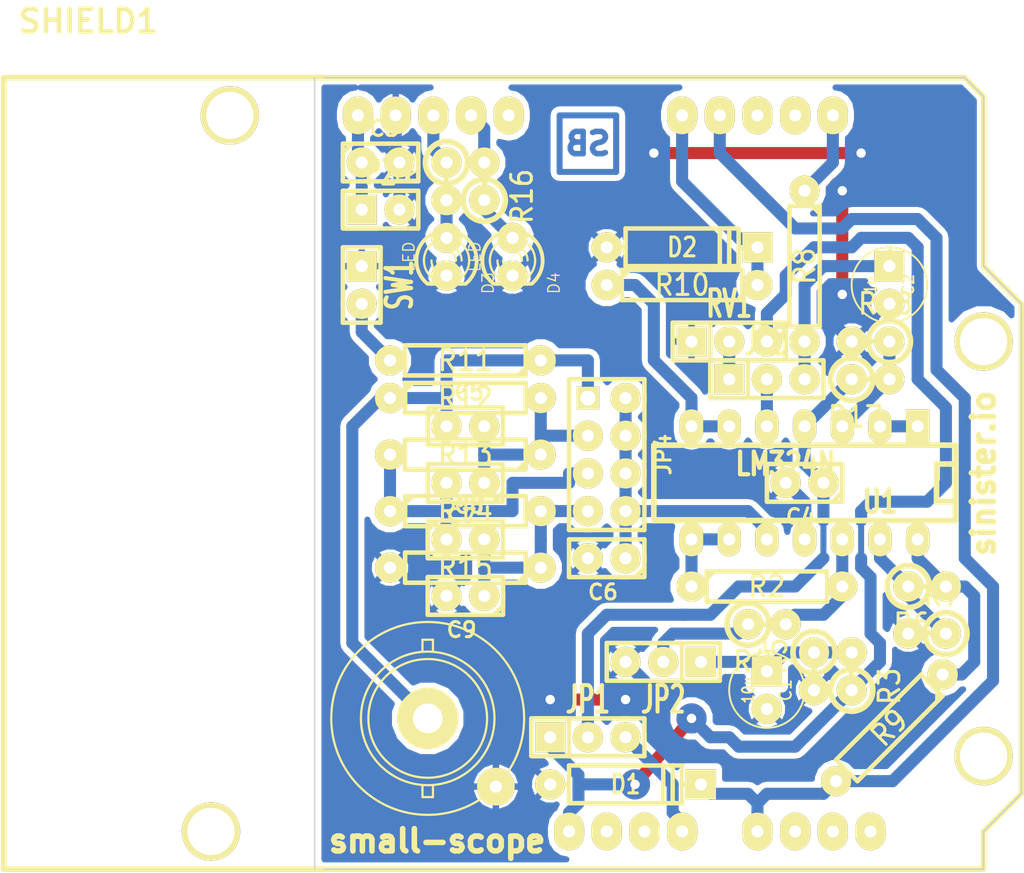
<source format=kicad_pcb>
(kicad_pcb (version 3) (host pcbnew "(22-Jun-2014 BZR 4027)-stable")

  (general
    (links 82)
    (no_connects 0)
    (area 102.819999 45.034999 138.480001 98.475001)
    (thickness 1.6)
    (drawings 12)
    (tracks 206)
    (zones 0)
    (modules 41)
    (nets 31)
  )

  (page A4 portrait)
  (layers
    (15 F.Cu signal)
    (0 B.Cu signal)
    (16 B.Adhes user)
    (17 F.Adhes user)
    (18 B.Paste user)
    (19 F.Paste user)
    (20 B.SilkS user)
    (21 F.SilkS user)
    (22 B.Mask user)
    (23 F.Mask user)
    (24 Dwgs.User user)
    (25 Cmts.User user)
    (26 Eco1.User user)
    (27 Eco2.User user)
    (28 Edge.Cuts user)
  )

  (setup
    (last_trace_width 0.4064)
    (user_trace_width 0.4064)
    (user_trace_width 0.6096)
    (user_trace_width 0.8128)
    (trace_clearance 0.254)
    (zone_clearance 0.4064)
    (zone_45_only no)
    (trace_min 0.254)
    (segment_width 0.2)
    (edge_width 0.1)
    (via_size 0.889)
    (via_drill 0.635)
    (via_min_size 0.889)
    (via_min_drill 0.508)
    (user_via 1.651 0)
    (user_via 2.032 0)
    (uvia_size 0.508)
    (uvia_drill 0.127)
    (uvias_allowed no)
    (uvia_min_size 0.508)
    (uvia_min_drill 0.127)
    (pcb_text_width 0.3)
    (pcb_text_size 1.5 1.5)
    (mod_edge_width 0.15)
    (mod_text_size 1 1)
    (mod_text_width 0.15)
    (pad_size 4 4)
    (pad_drill 2)
    (pad_to_mask_clearance 0)
    (aux_axis_origin 0 0)
    (visible_elements FFFFFFFF)
    (pcbplotparams
      (layerselection 1)
      (usegerberextensions false)
      (excludeedgelayer false)
      (linewidth 0.150000)
      (plotframeref false)
      (viasonmask true)
      (mode 1)
      (useauxorigin false)
      (hpglpennumber 1)
      (hpglpenspeed 20)
      (hpglpendiameter 15)
      (hpglpenoverlay 2)
      (psnegative true)
      (psa4output false)
      (plotreference true)
      (plotvalue true)
      (plotothertext true)
      (plotinvisibletext false)
      (padsonsilk false)
      (subtractmaskfromsilk false)
      (outputformat 2)
      (mirror false)
      (drillshape 1)
      (scaleselection 1)
      (outputdirectory ""))
  )

  (net 0 "")
  (net 1 /2.5V)
  (net 2 /ERR_LED)
  (net 3 /INFO_LED)
  (net 4 /SIG_ATT)
  (net 5 /SIG_IN)
  (net 6 /SIG_UC)
  (net 7 /THR_IN)
  (net 8 /THR_OUT)
  (net 9 /Vin)
  (net 10 /x10)
  (net 11 /x20)
  (net 12 /x5)
  (net 13 GND)
  (net 14 N-000001)
  (net 15 N-0000010)
  (net 16 N-0000011)
  (net 17 N-0000016)
  (net 18 N-0000017)
  (net 19 N-0000018)
  (net 20 N-0000019)
  (net 21 N-0000023)
  (net 22 N-0000024)
  (net 23 N-0000025)
  (net 24 N-000003)
  (net 25 N-000004)
  (net 26 N-000005)
  (net 27 N-000006)
  (net 28 N-000007)
  (net 29 VCC)
  (net 30 VDD)

  (net_class Default "This is the default net class."
    (clearance 0.254)
    (trace_width 0.254)
    (via_dia 0.889)
    (via_drill 0.635)
    (uvia_dia 0.508)
    (uvia_drill 0.127)
    (add_net "")
    (add_net /2.5V)
    (add_net /ERR_LED)
    (add_net /INFO_LED)
    (add_net /SIG_ATT)
    (add_net /SIG_IN)
    (add_net /SIG_UC)
    (add_net /THR_IN)
    (add_net /THR_OUT)
    (add_net /Vin)
    (add_net /x10)
    (add_net /x20)
    (add_net /x5)
    (add_net GND)
    (add_net N-000001)
    (add_net N-0000010)
    (add_net N-0000011)
    (add_net N-0000016)
    (add_net N-0000017)
    (add_net N-0000018)
    (add_net N-0000019)
    (add_net N-0000023)
    (add_net N-0000024)
    (add_net N-0000025)
    (add_net N-000003)
    (add_net N-000004)
    (add_net N-000005)
    (add_net N-000006)
    (add_net N-000007)
    (add_net VCC)
    (add_net VDD)
  )

  (module SIL-3 (layer F.Cu) (tedit 200000) (tstamp 540AFA44)
    (at 119.38 62.865)
    (descr "Connecteur 3 pins")
    (tags "CONN DEV")
    (path /540AF36D)
    (fp_text reference RV1 (at 0 -2.54) (layer F.SilkS)
      (effects (font (size 1.7907 1.07696) (thickness 0.3048)))
    )
    (fp_text value 10k (at 0 -2.54) (layer F.SilkS) hide
      (effects (font (size 1.524 1.016) (thickness 0.3048)))
    )
    (fp_line (start -3.81 1.27) (end -3.81 -1.27) (layer F.SilkS) (width 0.3048))
    (fp_line (start -3.81 -1.27) (end 3.81 -1.27) (layer F.SilkS) (width 0.3048))
    (fp_line (start 3.81 -1.27) (end 3.81 1.27) (layer F.SilkS) (width 0.3048))
    (fp_line (start 3.81 1.27) (end -3.81 1.27) (layer F.SilkS) (width 0.3048))
    (fp_line (start -1.27 -1.27) (end -1.27 1.27) (layer F.SilkS) (width 0.3048))
    (pad 1 thru_hole rect (at -2.54 0) (size 2.032 2.032) (drill 0.8128)
      (layers *.Cu *.Mask F.SilkS)
      (net 13 GND)
    )
    (pad 2 thru_hole circle (at 0 0) (size 2.032 2.032) (drill 0.8128)
      (layers *.Cu *.Mask F.SilkS)
      (net 21 N-0000023)
    )
    (pad 3 thru_hole circle (at 2.54 0) (size 2.032 2.032) (drill 0.8128)
      (layers *.Cu *.Mask F.SilkS)
      (net 29 VCC)
    )
  )

  (module R4-LARGE_PADS (layer F.Cu) (tedit 47E2673E) (tstamp 540AFA6E)
    (at 121.92 79.375)
    (descr "Resitance 4 pas")
    (tags R)
    (path /540AEADF)
    (autoplace_cost180 10)
    (fp_text reference R2 (at 0 0) (layer F.SilkS)
      (effects (font (size 1.397 1.27) (thickness 0.2032)))
    )
    (fp_text value 10k (at 0 0) (layer F.SilkS) hide
      (effects (font (size 1.397 1.27) (thickness 0.2032)))
    )
    (fp_line (start -5.08 0) (end -4.064 0) (layer F.SilkS) (width 0.3048))
    (fp_line (start -4.064 0) (end -4.064 -1.016) (layer F.SilkS) (width 0.3048))
    (fp_line (start -4.064 -1.016) (end 4.064 -1.016) (layer F.SilkS) (width 0.3048))
    (fp_line (start 4.064 -1.016) (end 4.064 1.016) (layer F.SilkS) (width 0.3048))
    (fp_line (start 4.064 1.016) (end -4.064 1.016) (layer F.SilkS) (width 0.3048))
    (fp_line (start -4.064 1.016) (end -4.064 0) (layer F.SilkS) (width 0.3048))
    (fp_line (start -4.064 -0.508) (end -3.556 -1.016) (layer F.SilkS) (width 0.3048))
    (fp_line (start 5.08 0) (end 4.064 0) (layer F.SilkS) (width 0.3048))
    (pad 1 thru_hole circle (at -5.08 0) (size 2.032 2.032) (drill 0.8128)
      (layers *.Cu *.Mask F.SilkS)
      (net 28 N-000007)
    )
    (pad 2 thru_hole circle (at 5.08 0) (size 2.032 2.032) (drill 0.8128)
      (layers *.Cu *.Mask F.SilkS)
      (net 25 N-000004)
    )
    (model discret/resistor.wrl
      (at (xyz 0 0 0))
      (scale (xyz 0.4 0.4 0.4))
      (rotate (xyz 0 0 0))
    )
  )

  (module DIP-14__300_ELL (layer F.Cu) (tedit 200000) (tstamp 540AFACD)
    (at 124.46 72.39 180)
    (descr "14 pins DIL package, elliptical pads")
    (tags DIL)
    (path /540AEA76)
    (fp_text reference U1 (at -5.08 -1.27 180) (layer F.SilkS)
      (effects (font (size 1.524 1.143) (thickness 0.3048)))
    )
    (fp_text value LM324N (at 1.27 1.27 180) (layer F.SilkS)
      (effects (font (size 1.524 1.143) (thickness 0.3048)))
    )
    (fp_line (start -10.16 -2.54) (end 10.16 -2.54) (layer F.SilkS) (width 0.381))
    (fp_line (start 10.16 2.54) (end -10.16 2.54) (layer F.SilkS) (width 0.381))
    (fp_line (start -10.16 2.54) (end -10.16 -2.54) (layer F.SilkS) (width 0.381))
    (fp_line (start -10.16 -1.27) (end -8.89 -1.27) (layer F.SilkS) (width 0.381))
    (fp_line (start -8.89 -1.27) (end -8.89 1.27) (layer F.SilkS) (width 0.381))
    (fp_line (start -8.89 1.27) (end -10.16 1.27) (layer F.SilkS) (width 0.381))
    (fp_line (start 10.16 -2.54) (end 10.16 2.54) (layer F.SilkS) (width 0.381))
    (pad 1 thru_hole rect (at -7.62 3.81 180) (size 1.5748 2.286) (drill 0.8128)
      (layers *.Cu *.Mask F.SilkS)
      (net 19 N-0000018)
    )
    (pad 2 thru_hole oval (at -5.08 3.81 180) (size 1.5748 2.286) (drill 0.8128)
      (layers *.Cu *.Mask F.SilkS)
      (net 19 N-0000018)
    )
    (pad 3 thru_hole oval (at -2.54 3.81 180) (size 1.5748 2.286) (drill 0.8128)
      (layers *.Cu *.Mask F.SilkS)
      (net 17 N-0000016)
    )
    (pad 4 thru_hole oval (at 0 3.81 180) (size 1.5748 2.286) (drill 0.8128)
      (layers *.Cu *.Mask F.SilkS)
      (net 30 VDD)
    )
    (pad 5 thru_hole oval (at 2.54 3.81 180) (size 1.5748 2.286) (drill 0.8128)
      (layers *.Cu *.Mask F.SilkS)
      (net 22 N-0000024)
    )
    (pad 6 thru_hole oval (at 5.08 3.81 180) (size 1.5748 2.286) (drill 0.8128)
      (layers *.Cu *.Mask F.SilkS)
      (net 15 N-0000010)
    )
    (pad 7 thru_hole oval (at 7.62 3.81 180) (size 1.5748 2.286) (drill 0.8128)
      (layers *.Cu *.Mask F.SilkS)
      (net 15 N-0000010)
    )
    (pad 8 thru_hole oval (at 7.62 -3.81 180) (size 1.5748 2.286) (drill 0.8128)
      (layers *.Cu *.Mask F.SilkS)
      (net 28 N-000007)
    )
    (pad 9 thru_hole oval (at 5.08 -3.81 180) (size 1.5748 2.286) (drill 0.8128)
      (layers *.Cu *.Mask F.SilkS)
      (net 28 N-000007)
    )
    (pad 10 thru_hole oval (at 2.54 -3.81 180) (size 1.5748 2.286) (drill 0.8128)
      (layers *.Cu *.Mask F.SilkS)
      (net 4 /SIG_ATT)
    )
    (pad 11 thru_hole oval (at 0 -3.81 180) (size 1.5748 2.286) (drill 0.8128)
      (layers *.Cu *.Mask F.SilkS)
      (net 13 GND)
    )
    (pad 12 thru_hole oval (at -2.54 -3.81 180) (size 1.5748 2.286) (drill 0.8128)
      (layers *.Cu *.Mask F.SilkS)
      (net 25 N-000004)
    )
    (pad 13 thru_hole oval (at -5.08 -3.81 180) (size 1.5748 2.286) (drill 0.8128)
      (layers *.Cu *.Mask F.SilkS)
      (net 26 N-000005)
    )
    (pad 14 thru_hole oval (at -7.62 -3.81 180) (size 1.5748 2.286) (drill 0.8128)
      (layers *.Cu *.Mask F.SilkS)
      (net 27 N-000006)
    )
    (model dil/dil_14.wrl
      (at (xyz 0 0 0))
      (scale (xyz 1 1 1))
      (rotate (xyz 0 0 0))
    )
  )

  (module C1V5 (layer F.Cu) (tedit 5550318A) (tstamp 540AFAD5)
    (at 130.175 59.055 270)
    (descr "Condensateur e = 1 pas")
    (tags C)
    (path /5559FF83)
    (fp_text reference C2 (at 0 -1.26746 270) (layer F.SilkS)
      (effects (font (size 0.762 0.762) (thickness 0.127)))
    )
    (fp_text value 1u (at 0 1.27 270) (layer F.SilkS)
      (effects (font (size 0.762 0.635) (thickness 0.127)))
    )
    (fp_text user + (at -2.286 0 270) (layer F.SilkS)
      (effects (font (size 0.762 0.762) (thickness 0.2032)))
    )
    (fp_circle (center 0 0) (end 0.127 -2.54) (layer F.SilkS) (width 0.127))
    (pad 1 thru_hole rect (at -1.27 0 270) (size 2.032 2.032) (drill 0.8128)
      (layers *.Cu *.Mask F.SilkS)
      (net 16 N-0000011)
    )
    (pad 2 thru_hole circle (at 1.27 0 270) (size 2.032 2.032) (drill 0.8128)
      (layers *.Cu *.Mask F.SilkS)
      (net 13 GND)
    )
    (model discret/c_vert_c1v5.wrl
      (at (xyz 0 0 0))
      (scale (xyz 1 1 1))
      (rotate (xyz 0 0 0))
    )
  )

  (module C1V5 (layer F.Cu) (tedit 3E070CF4) (tstamp 540AFADD)
    (at 121.92 86.36 270)
    (descr "Condensateur e = 1 pas")
    (tags C)
    (path /5559FF74)
    (fp_text reference C1 (at 0 -1.26746 270) (layer F.SilkS)
      (effects (font (size 0.762 0.762) (thickness 0.127)))
    )
    (fp_text value 10u (at 0 1.27 270) (layer F.SilkS)
      (effects (font (size 0.762 0.635) (thickness 0.127)))
    )
    (fp_text user + (at -2.286 0 270) (layer F.SilkS)
      (effects (font (size 0.762 0.762) (thickness 0.2032)))
    )
    (fp_circle (center 0 0) (end 0.127 -2.54) (layer F.SilkS) (width 0.127))
    (pad 1 thru_hole rect (at -1.27 0 270) (size 2.032 2.032) (drill 0.8128)
      (layers *.Cu *.Mask F.SilkS)
      (net 1 /2.5V)
    )
    (pad 2 thru_hole circle (at 1.27 0 270) (size 2.032 2.032) (drill 0.8128)
      (layers *.Cu *.Mask F.SilkS)
      (net 13 GND)
    )
    (model discret/c_vert_c1v5.wrl
      (at (xyz 0 0 0))
      (scale (xyz 1 1 1))
      (rotate (xyz 0 0 0))
    )
  )

  (module SIL-3 (layer F.Cu) (tedit 200000) (tstamp 555C1ECB)
    (at 109.855 89.535)
    (descr "Connecteur 3 pins")
    (tags "CONN DEV")
    (path /555C1CBD)
    (fp_text reference JP1 (at 0 -2.54) (layer F.SilkS)
      (effects (font (size 1.7907 1.07696) (thickness 0.3048)))
    )
    (fp_text value "VDD SRC" (at 0 -2.54) (layer F.SilkS) hide
      (effects (font (size 1.524 1.016) (thickness 0.3048)))
    )
    (fp_line (start -3.81 1.27) (end -3.81 -1.27) (layer F.SilkS) (width 0.3048))
    (fp_line (start -3.81 -1.27) (end 3.81 -1.27) (layer F.SilkS) (width 0.3048))
    (fp_line (start 3.81 -1.27) (end 3.81 1.27) (layer F.SilkS) (width 0.3048))
    (fp_line (start 3.81 1.27) (end -3.81 1.27) (layer F.SilkS) (width 0.3048))
    (fp_line (start -1.27 -1.27) (end -1.27 1.27) (layer F.SilkS) (width 0.3048))
    (pad 1 thru_hole rect (at -2.54 0) (size 2.032 2.032) (drill 0.8128)
      (layers *.Cu *.Mask F.SilkS)
      (net 29 VCC)
    )
    (pad 2 thru_hole circle (at 0 0) (size 2.032 2.032) (drill 0.8128)
      (layers *.Cu *.Mask F.SilkS)
      (net 30 VDD)
    )
    (pad 3 thru_hole circle (at 2.54 0) (size 2.032 2.032) (drill 0.8128)
      (layers *.Cu *.Mask F.SilkS)
      (net 9 /Vin)
    )
  )

  (module SIL-3 (layer F.Cu) (tedit 200000) (tstamp 555C1ED7)
    (at 121.92 65.405)
    (descr "Connecteur 3 pins")
    (tags "CONN DEV")
    (path /555C1CB7)
    (fp_text reference JP3 (at 0 -2.54) (layer F.SilkS)
      (effects (font (size 1.7907 1.07696) (thickness 0.3048)))
    )
    (fp_text value "THR SRC" (at 0 -2.54) (layer F.SilkS) hide
      (effects (font (size 1.524 1.016) (thickness 0.3048)))
    )
    (fp_line (start -3.81 1.27) (end -3.81 -1.27) (layer F.SilkS) (width 0.3048))
    (fp_line (start -3.81 -1.27) (end 3.81 -1.27) (layer F.SilkS) (width 0.3048))
    (fp_line (start 3.81 -1.27) (end 3.81 1.27) (layer F.SilkS) (width 0.3048))
    (fp_line (start 3.81 1.27) (end -3.81 1.27) (layer F.SilkS) (width 0.3048))
    (fp_line (start -1.27 -1.27) (end -1.27 1.27) (layer F.SilkS) (width 0.3048))
    (pad 1 thru_hole rect (at -2.54 0) (size 2.032 2.032) (drill 0.8128)
      (layers *.Cu *.Mask F.SilkS)
      (net 21 N-0000023)
    )
    (pad 2 thru_hole circle (at 0 0) (size 2.032 2.032) (drill 0.8128)
      (layers *.Cu *.Mask F.SilkS)
      (net 22 N-0000024)
    )
    (pad 3 thru_hole circle (at 2.54 0) (size 2.032 2.032) (drill 0.8128)
      (layers *.Cu *.Mask F.SilkS)
      (net 16 N-0000011)
    )
  )

  (module SIL-3 (layer F.Cu) (tedit 200000) (tstamp 555C1EE3)
    (at 114.935 84.455 180)
    (descr "Connecteur 3 pins")
    (tags "CONN DEV")
    (path /555C1CB1)
    (fp_text reference JP2 (at 0 -2.54 180) (layer F.SilkS)
      (effects (font (size 1.7907 1.07696) (thickness 0.3048)))
    )
    (fp_text value AC/DC (at 0 -2.54 180) (layer F.SilkS) hide
      (effects (font (size 1.524 1.016) (thickness 0.3048)))
    )
    (fp_line (start -3.81 1.27) (end -3.81 -1.27) (layer F.SilkS) (width 0.3048))
    (fp_line (start -3.81 -1.27) (end 3.81 -1.27) (layer F.SilkS) (width 0.3048))
    (fp_line (start 3.81 -1.27) (end 3.81 1.27) (layer F.SilkS) (width 0.3048))
    (fp_line (start 3.81 1.27) (end -3.81 1.27) (layer F.SilkS) (width 0.3048))
    (fp_line (start -1.27 -1.27) (end -1.27 1.27) (layer F.SilkS) (width 0.3048))
    (pad 1 thru_hole rect (at -2.54 0 180) (size 2.032 2.032) (drill 0.8128)
      (layers *.Cu *.Mask F.SilkS)
      (net 1 /2.5V)
    )
    (pad 2 thru_hole circle (at 0 0 180) (size 2.032 2.032) (drill 0.8128)
      (layers *.Cu *.Mask F.SilkS)
      (net 14 N-000001)
    )
    (pad 3 thru_hole circle (at 2.54 0 180) (size 2.032 2.032) (drill 0.8128)
      (layers *.Cu *.Mask F.SilkS)
      (net 13 GND)
    )
  )

  (module SIL-2 (layer F.Cu) (tedit 200000) (tstamp 555C1EED)
    (at 95.885 53.975)
    (descr "Connecteurs 2 pins")
    (tags "CONN DEV")
    (path /55584D1E)
    (fp_text reference P2 (at 0 -2.54) (layer F.SilkS)
      (effects (font (size 1.72974 1.08712) (thickness 0.3048)))
    )
    (fp_text value AREF (at 0 -2.54) (layer F.SilkS) hide
      (effects (font (size 1.524 1.016) (thickness 0.3048)))
    )
    (fp_line (start -2.54 1.27) (end -2.54 -1.27) (layer F.SilkS) (width 0.3048))
    (fp_line (start -2.54 -1.27) (end 2.54 -1.27) (layer F.SilkS) (width 0.3048))
    (fp_line (start 2.54 -1.27) (end 2.54 1.27) (layer F.SilkS) (width 0.3048))
    (fp_line (start 2.54 1.27) (end -2.54 1.27) (layer F.SilkS) (width 0.3048))
    (pad 1 thru_hole rect (at -1.27 0) (size 2.032 2.032) (drill 0.8128)
      (layers *.Cu *.Mask F.SilkS)
      (net 24 N-000003)
    )
    (pad 2 thru_hole circle (at 1.27 0) (size 2.032 2.032) (drill 0.8128)
      (layers *.Cu *.Mask F.SilkS)
      (net 13 GND)
    )
  )

  (module SIL-2 (layer F.Cu) (tedit 200000) (tstamp 555C21BA)
    (at 94.615 59.055 270)
    (descr "Connecteurs 2 pins")
    (tags "CONN DEV")
    (path /555C197B)
    (fp_text reference SW1 (at 0 -2.54 270) (layer F.SilkS)
      (effects (font (size 1.72974 1.08712) (thickness 0.3048)))
    )
    (fp_text value "STAT DIS" (at 0 -2.54 270) (layer F.SilkS) hide
      (effects (font (size 1.524 1.016) (thickness 0.3048)))
    )
    (fp_line (start -2.54 1.27) (end -2.54 -1.27) (layer F.SilkS) (width 0.3048))
    (fp_line (start -2.54 -1.27) (end 2.54 -1.27) (layer F.SilkS) (width 0.3048))
    (fp_line (start 2.54 -1.27) (end 2.54 1.27) (layer F.SilkS) (width 0.3048))
    (fp_line (start 2.54 1.27) (end -2.54 1.27) (layer F.SilkS) (width 0.3048))
    (pad 1 thru_hole rect (at -1.27 0 270) (size 2.032 2.032) (drill 0.8128)
      (layers *.Cu *.Mask F.SilkS)
      (net 13 GND)
    )
    (pad 2 thru_hole circle (at 1.27 0 270) (size 2.032 2.032) (drill 0.8128)
      (layers *.Cu *.Mask F.SilkS)
      (net 23 N-0000025)
    )
  )

  (module R4-LARGE_PADS (layer F.Cu) (tedit 47E2673E) (tstamp 555C1F05)
    (at 116.205 59.055)
    (descr "Resitance 4 pas")
    (tags R)
    (path /555A0DB0)
    (autoplace_cost180 10)
    (fp_text reference R10 (at 0 0) (layer F.SilkS)
      (effects (font (size 1.397 1.27) (thickness 0.2032)))
    )
    (fp_text value 220 (at 0 0) (layer F.SilkS) hide
      (effects (font (size 1.397 1.27) (thickness 0.2032)))
    )
    (fp_line (start -5.08 0) (end -4.064 0) (layer F.SilkS) (width 0.3048))
    (fp_line (start -4.064 0) (end -4.064 -1.016) (layer F.SilkS) (width 0.3048))
    (fp_line (start -4.064 -1.016) (end 4.064 -1.016) (layer F.SilkS) (width 0.3048))
    (fp_line (start 4.064 -1.016) (end 4.064 1.016) (layer F.SilkS) (width 0.3048))
    (fp_line (start 4.064 1.016) (end -4.064 1.016) (layer F.SilkS) (width 0.3048))
    (fp_line (start -4.064 1.016) (end -4.064 0) (layer F.SilkS) (width 0.3048))
    (fp_line (start -4.064 -0.508) (end -3.556 -1.016) (layer F.SilkS) (width 0.3048))
    (fp_line (start 5.08 0) (end 4.064 0) (layer F.SilkS) (width 0.3048))
    (pad 1 thru_hole circle (at -5.08 0) (size 2.032 2.032) (drill 0.8128)
      (layers *.Cu *.Mask F.SilkS)
      (net 15 N-0000010)
    )
    (pad 2 thru_hole circle (at 5.08 0) (size 2.032 2.032) (drill 0.8128)
      (layers *.Cu *.Mask F.SilkS)
      (net 7 /THR_IN)
    )
    (model discret/resistor.wrl
      (at (xyz 0 0 0))
      (scale (xyz 0.4 0.4 0.4))
      (rotate (xyz 0 0 0))
    )
  )

  (module R4-LARGE_PADS (layer F.Cu) (tedit 47E2673E) (tstamp 555C1F13)
    (at 101.6 66.675)
    (descr "Resitance 4 pas")
    (tags R)
    (path /555B9DE2)
    (autoplace_cost180 10)
    (fp_text reference R12 (at 0 0) (layer F.SilkS)
      (effects (font (size 1.397 1.27) (thickness 0.2032)))
    )
    (fp_text value 800k (at 0 0) (layer F.SilkS) hide
      (effects (font (size 1.397 1.27) (thickness 0.2032)))
    )
    (fp_line (start -5.08 0) (end -4.064 0) (layer F.SilkS) (width 0.3048))
    (fp_line (start -4.064 0) (end -4.064 -1.016) (layer F.SilkS) (width 0.3048))
    (fp_line (start -4.064 -1.016) (end 4.064 -1.016) (layer F.SilkS) (width 0.3048))
    (fp_line (start 4.064 -1.016) (end 4.064 1.016) (layer F.SilkS) (width 0.3048))
    (fp_line (start 4.064 1.016) (end -4.064 1.016) (layer F.SilkS) (width 0.3048))
    (fp_line (start -4.064 1.016) (end -4.064 0) (layer F.SilkS) (width 0.3048))
    (fp_line (start -4.064 -0.508) (end -3.556 -1.016) (layer F.SilkS) (width 0.3048))
    (fp_line (start 5.08 0) (end 4.064 0) (layer F.SilkS) (width 0.3048))
    (pad 1 thru_hole circle (at -5.08 0) (size 2.032 2.032) (drill 0.8128)
      (layers *.Cu *.Mask F.SilkS)
      (net 5 /SIG_IN)
    )
    (pad 2 thru_hole circle (at 5.08 0) (size 2.032 2.032) (drill 0.8128)
      (layers *.Cu *.Mask F.SilkS)
      (net 12 /x5)
    )
    (model discret/resistor.wrl
      (at (xyz 0 0 0))
      (scale (xyz 0.4 0.4 0.4))
      (rotate (xyz 0 0 0))
    )
  )

  (module R4-LARGE_PADS (layer F.Cu) (tedit 555DBB7B) (tstamp 555C1F21)
    (at 101.6 70.485 180)
    (descr "Resitance 4 pas")
    (tags R)
    (path /555B9DF1)
    (autoplace_cost180 10)
    (fp_text reference R13 (at 0 0 180) (layer F.SilkS)
      (effects (font (size 1.397 1.27) (thickness 0.2032)))
    )
    (fp_text value 100k (at 0 0 180) (layer F.SilkS) hide
      (effects (font (size 1.397 1.27) (thickness 0.2032)))
    )
    (fp_line (start -5.08 0) (end -4.064 0) (layer F.SilkS) (width 0.3048))
    (fp_line (start -4.064 0) (end -4.064 -1.016) (layer F.SilkS) (width 0.3048))
    (fp_line (start -4.064 -1.016) (end 4.064 -1.016) (layer F.SilkS) (width 0.3048))
    (fp_line (start 4.064 -1.016) (end 4.064 1.016) (layer F.SilkS) (width 0.3048))
    (fp_line (start 4.064 1.016) (end -4.064 1.016) (layer F.SilkS) (width 0.3048))
    (fp_line (start -4.064 1.016) (end -4.064 0) (layer F.SilkS) (width 0.3048))
    (fp_line (start -4.064 -0.508) (end -3.556 -1.016) (layer F.SilkS) (width 0.3048))
    (fp_line (start 5.08 0) (end 4.064 0) (layer F.SilkS) (width 0.3048))
    (pad 1 thru_hole circle (at -5.08 0 180) (size 2.032 2.032) (drill 0.8128)
      (layers *.Cu *.Mask F.SilkS)
      (net 12 /x5)
    )
    (pad 2 thru_hole circle (at 5.08 0 180) (size 2.032 2.032) (drill 0.8128)
      (layers *.Cu *.Mask F.SilkS)
      (net 10 /x10)
    )
    (model discret/resistor.wrl
      (at (xyz 0 0 0))
      (scale (xyz 0.4 0.4 0.4))
      (rotate (xyz 0 0 0))
    )
  )

  (module R4-LARGE_PADS (layer F.Cu) (tedit 47E2673E) (tstamp 555C1F2F)
    (at 101.6 74.295)
    (descr "Resitance 4 pas")
    (tags R)
    (path /555B9E00)
    (autoplace_cost180 10)
    (fp_text reference R14 (at 0 0) (layer F.SilkS)
      (effects (font (size 1.397 1.27) (thickness 0.2032)))
    )
    (fp_text value 50k (at 0 0) (layer F.SilkS) hide
      (effects (font (size 1.397 1.27) (thickness 0.2032)))
    )
    (fp_line (start -5.08 0) (end -4.064 0) (layer F.SilkS) (width 0.3048))
    (fp_line (start -4.064 0) (end -4.064 -1.016) (layer F.SilkS) (width 0.3048))
    (fp_line (start -4.064 -1.016) (end 4.064 -1.016) (layer F.SilkS) (width 0.3048))
    (fp_line (start 4.064 -1.016) (end 4.064 1.016) (layer F.SilkS) (width 0.3048))
    (fp_line (start 4.064 1.016) (end -4.064 1.016) (layer F.SilkS) (width 0.3048))
    (fp_line (start -4.064 1.016) (end -4.064 0) (layer F.SilkS) (width 0.3048))
    (fp_line (start -4.064 -0.508) (end -3.556 -1.016) (layer F.SilkS) (width 0.3048))
    (fp_line (start 5.08 0) (end 4.064 0) (layer F.SilkS) (width 0.3048))
    (pad 1 thru_hole circle (at -5.08 0) (size 2.032 2.032) (drill 0.8128)
      (layers *.Cu *.Mask F.SilkS)
      (net 10 /x10)
    )
    (pad 2 thru_hole circle (at 5.08 0) (size 2.032 2.032) (drill 0.8128)
      (layers *.Cu *.Mask F.SilkS)
      (net 11 /x20)
    )
    (model discret/resistor.wrl
      (at (xyz 0 0 0))
      (scale (xyz 0.4 0.4 0.4))
      (rotate (xyz 0 0 0))
    )
  )

  (module R4-LARGE_PADS (layer F.Cu) (tedit 47E2673E) (tstamp 555C1F3D)
    (at 101.6 64.135 180)
    (descr "Resitance 4 pas")
    (tags R)
    (path /555BAB46)
    (autoplace_cost180 10)
    (fp_text reference R11 (at 0 0 180) (layer F.SilkS)
      (effects (font (size 1.397 1.27) (thickness 0.2032)))
    )
    (fp_text value 50 (at 0 0 180) (layer F.SilkS) hide
      (effects (font (size 1.397 1.27) (thickness 0.2032)))
    )
    (fp_line (start -5.08 0) (end -4.064 0) (layer F.SilkS) (width 0.3048))
    (fp_line (start -4.064 0) (end -4.064 -1.016) (layer F.SilkS) (width 0.3048))
    (fp_line (start -4.064 -1.016) (end 4.064 -1.016) (layer F.SilkS) (width 0.3048))
    (fp_line (start 4.064 -1.016) (end 4.064 1.016) (layer F.SilkS) (width 0.3048))
    (fp_line (start 4.064 1.016) (end -4.064 1.016) (layer F.SilkS) (width 0.3048))
    (fp_line (start -4.064 1.016) (end -4.064 0) (layer F.SilkS) (width 0.3048))
    (fp_line (start -4.064 -0.508) (end -3.556 -1.016) (layer F.SilkS) (width 0.3048))
    (fp_line (start 5.08 0) (end 4.064 0) (layer F.SilkS) (width 0.3048))
    (pad 1 thru_hole circle (at -5.08 0 180) (size 2.032 2.032) (drill 0.8128)
      (layers *.Cu *.Mask F.SilkS)
      (net 5 /SIG_IN)
    )
    (pad 2 thru_hole circle (at 5.08 0 180) (size 2.032 2.032) (drill 0.8128)
      (layers *.Cu *.Mask F.SilkS)
      (net 23 N-0000025)
    )
    (model discret/resistor.wrl
      (at (xyz 0 0 0))
      (scale (xyz 0.4 0.4 0.4))
      (rotate (xyz 0 0 0))
    )
  )

  (module R4-LARGE_PADS (layer F.Cu) (tedit 47E2673E) (tstamp 555C1F4B)
    (at 130.175 88.9 225)
    (descr "Resitance 4 pas")
    (tags R)
    (path /555A097B)
    (autoplace_cost180 10)
    (fp_text reference R9 (at 0 0 225) (layer F.SilkS)
      (effects (font (size 1.397 1.27) (thickness 0.2032)))
    )
    (fp_text value 220 (at 0 0 225) (layer F.SilkS) hide
      (effects (font (size 1.397 1.27) (thickness 0.2032)))
    )
    (fp_line (start -5.08 0) (end -4.064 0) (layer F.SilkS) (width 0.3048))
    (fp_line (start -4.064 0) (end -4.064 -1.016) (layer F.SilkS) (width 0.3048))
    (fp_line (start -4.064 -1.016) (end 4.064 -1.016) (layer F.SilkS) (width 0.3048))
    (fp_line (start 4.064 -1.016) (end 4.064 1.016) (layer F.SilkS) (width 0.3048))
    (fp_line (start 4.064 1.016) (end -4.064 1.016) (layer F.SilkS) (width 0.3048))
    (fp_line (start -4.064 1.016) (end -4.064 0) (layer F.SilkS) (width 0.3048))
    (fp_line (start -4.064 -0.508) (end -3.556 -1.016) (layer F.SilkS) (width 0.3048))
    (fp_line (start 5.08 0) (end 4.064 0) (layer F.SilkS) (width 0.3048))
    (pad 1 thru_hole circle (at -5.08 0 225) (size 2.032 2.032) (drill 0.8128)
      (layers *.Cu *.Mask F.SilkS)
      (net 27 N-000006)
    )
    (pad 2 thru_hole circle (at 5.08 0 225) (size 2.032 2.032) (drill 0.8128)
      (layers *.Cu *.Mask F.SilkS)
      (net 6 /SIG_UC)
    )
    (model discret/resistor.wrl
      (at (xyz 0 0 0))
      (scale (xyz 0.4 0.4 0.4))
      (rotate (xyz 0 0 0))
    )
  )

  (module D4 (layer F.Cu) (tedit 200000) (tstamp 555C1F67)
    (at 116.205 56.515)
    (descr "Diode 4 pas")
    (tags "DIODE DEV")
    (path /555A0DBD)
    (fp_text reference D2 (at 0 0) (layer F.SilkS)
      (effects (font (size 1.27 1.016) (thickness 0.2032)))
    )
    (fp_text value 5.1V (at 0 0) (layer F.SilkS) hide
      (effects (font (size 1.27 1.016) (thickness 0.2032)))
    )
    (fp_line (start -3.81 -1.27) (end 3.81 -1.27) (layer F.SilkS) (width 0.3048))
    (fp_line (start 3.81 -1.27) (end 3.81 1.27) (layer F.SilkS) (width 0.3048))
    (fp_line (start 3.81 1.27) (end -3.81 1.27) (layer F.SilkS) (width 0.3048))
    (fp_line (start -3.81 1.27) (end -3.81 -1.27) (layer F.SilkS) (width 0.3048))
    (fp_line (start 3.175 -1.27) (end 3.175 1.27) (layer F.SilkS) (width 0.3048))
    (fp_line (start 2.54 1.27) (end 2.54 -1.27) (layer F.SilkS) (width 0.3048))
    (fp_line (start -3.81 0) (end -5.08 0) (layer F.SilkS) (width 0.3048))
    (fp_line (start 3.81 0) (end 5.08 0) (layer F.SilkS) (width 0.3048))
    (pad 1 thru_hole circle (at -5.08 0) (size 2.032 2.032) (drill 0.8128)
      (layers *.Cu *.Mask F.SilkS)
      (net 13 GND)
    )
    (pad 2 thru_hole rect (at 5.08 0) (size 2.032 2.032) (drill 0.8128)
      (layers *.Cu *.Mask F.SilkS)
      (net 7 /THR_IN)
    )
    (model discret/diode.wrl
      (at (xyz 0 0 0))
      (scale (xyz 0.4 0.4 0.4))
      (rotate (xyz 0 0 0))
    )
  )

  (module D4 (layer F.Cu) (tedit 555DC07E) (tstamp 555C1F75)
    (at 112.395 92.71)
    (descr "Diode 4 pas")
    (tags "DIODE DEV")
    (path /555A096C)
    (fp_text reference D1 (at 0 0) (layer F.SilkS)
      (effects (font (size 1.27 1.016) (thickness 0.2032)))
    )
    (fp_text value 5.1V (at 0 0) (layer F.SilkS) hide
      (effects (font (size 1.27 1.016) (thickness 0.2032)))
    )
    (fp_line (start -3.81 -1.27) (end 3.81 -1.27) (layer F.SilkS) (width 0.3048))
    (fp_line (start 3.81 -1.27) (end 3.81 1.27) (layer F.SilkS) (width 0.3048))
    (fp_line (start 3.81 1.27) (end -3.81 1.27) (layer F.SilkS) (width 0.3048))
    (fp_line (start -3.81 1.27) (end -3.81 -1.27) (layer F.SilkS) (width 0.3048))
    (fp_line (start 3.175 -1.27) (end 3.175 1.27) (layer F.SilkS) (width 0.3048))
    (fp_line (start 2.54 1.27) (end 2.54 -1.27) (layer F.SilkS) (width 0.3048))
    (fp_line (start -3.81 0) (end -5.08 0) (layer F.SilkS) (width 0.3048))
    (fp_line (start 3.81 0) (end 5.08 0) (layer F.SilkS) (width 0.3048))
    (pad 1 thru_hole circle (at -5.08 0) (size 2.032 2.032) (drill 0.8128)
      (layers *.Cu *.Mask F.SilkS)
      (net 13 GND)
    )
    (pad 2 thru_hole rect (at 5.08 0) (size 2.032 2.032) (drill 0.8128)
      (layers *.Cu *.Mask F.SilkS)
      (net 6 /SIG_UC)
    )
    (model discret/diode.wrl
      (at (xyz 0 0 0))
      (scale (xyz 0.4 0.4 0.4))
      (rotate (xyz 0 0 0))
    )
  )

  (module C1 (layer F.Cu) (tedit 3F92C496) (tstamp 555C1F80)
    (at 101.6 68.58)
    (descr "Condensateur e = 1 pas")
    (tags C)
    (path /555B9E0F)
    (fp_text reference C5 (at 0.254 -2.286) (layer F.SilkS)
      (effects (font (size 1.016 1.016) (thickness 0.2032)))
    )
    (fp_text value 16p (at 0 -2.286) (layer F.SilkS) hide
      (effects (font (size 1.016 1.016) (thickness 0.2032)))
    )
    (fp_line (start -2.4892 -1.27) (end 2.54 -1.27) (layer F.SilkS) (width 0.3048))
    (fp_line (start 2.54 -1.27) (end 2.54 1.27) (layer F.SilkS) (width 0.3048))
    (fp_line (start 2.54 1.27) (end -2.54 1.27) (layer F.SilkS) (width 0.3048))
    (fp_line (start -2.54 1.27) (end -2.54 -1.27) (layer F.SilkS) (width 0.3048))
    (fp_line (start -2.54 -0.635) (end -1.905 -1.27) (layer F.SilkS) (width 0.3048))
    (pad 1 thru_hole circle (at -1.27 0) (size 2.032 2.032) (drill 0.8128)
      (layers *.Cu *.Mask F.SilkS)
      (net 5 /SIG_IN)
    )
    (pad 2 thru_hole circle (at 1.27 0) (size 2.032 2.032) (drill 0.8128)
      (layers *.Cu *.Mask F.SilkS)
      (net 12 /x5)
    )
    (model discret/capa_1_pas.wrl
      (at (xyz 0 0 0))
      (scale (xyz 1 1 1))
      (rotate (xyz 0 0 0))
    )
  )

  (module C1 (layer F.Cu) (tedit 555DBB84) (tstamp 555C1F8B)
    (at 101.6 72.39 180)
    (descr "Condensateur e = 1 pas")
    (tags C)
    (path /555B9E1E)
    (fp_text reference C7 (at 0.254 -2.286 180) (layer F.SilkS)
      (effects (font (size 1.016 1.016) (thickness 0.2032)))
    )
    (fp_text value 130p (at 0 -2.286 180) (layer F.SilkS) hide
      (effects (font (size 1.016 1.016) (thickness 0.2032)))
    )
    (fp_line (start -2.4892 -1.27) (end 2.54 -1.27) (layer F.SilkS) (width 0.3048))
    (fp_line (start 2.54 -1.27) (end 2.54 1.27) (layer F.SilkS) (width 0.3048))
    (fp_line (start 2.54 1.27) (end -2.54 1.27) (layer F.SilkS) (width 0.3048))
    (fp_line (start -2.54 1.27) (end -2.54 -1.27) (layer F.SilkS) (width 0.3048))
    (fp_line (start -2.54 -0.635) (end -1.905 -1.27) (layer F.SilkS) (width 0.3048))
    (pad 1 thru_hole circle (at -1.27 0 180) (size 2.032 2.032) (drill 0.8128)
      (layers *.Cu *.Mask F.SilkS)
      (net 12 /x5)
    )
    (pad 2 thru_hole circle (at 1.27 0 180) (size 2.032 2.032) (drill 0.8128)
      (layers *.Cu *.Mask F.SilkS)
      (net 10 /x10)
    )
    (model discret/capa_1_pas.wrl
      (at (xyz 0 0 0))
      (scale (xyz 1 1 1))
      (rotate (xyz 0 0 0))
    )
  )

  (module C1 (layer F.Cu) (tedit 3F92C496) (tstamp 555C1F96)
    (at 101.6 76.2)
    (descr "Condensateur e = 1 pas")
    (tags C)
    (path /555B9E2D)
    (fp_text reference C8 (at 0.254 -2.286) (layer F.SilkS)
      (effects (font (size 1.016 1.016) (thickness 0.2032)))
    )
    (fp_text value 270p (at 0 -2.286) (layer F.SilkS) hide
      (effects (font (size 1.016 1.016) (thickness 0.2032)))
    )
    (fp_line (start -2.4892 -1.27) (end 2.54 -1.27) (layer F.SilkS) (width 0.3048))
    (fp_line (start 2.54 -1.27) (end 2.54 1.27) (layer F.SilkS) (width 0.3048))
    (fp_line (start 2.54 1.27) (end -2.54 1.27) (layer F.SilkS) (width 0.3048))
    (fp_line (start -2.54 1.27) (end -2.54 -1.27) (layer F.SilkS) (width 0.3048))
    (fp_line (start -2.54 -0.635) (end -1.905 -1.27) (layer F.SilkS) (width 0.3048))
    (pad 1 thru_hole circle (at -1.27 0) (size 2.032 2.032) (drill 0.8128)
      (layers *.Cu *.Mask F.SilkS)
      (net 10 /x10)
    )
    (pad 2 thru_hole circle (at 1.27 0) (size 2.032 2.032) (drill 0.8128)
      (layers *.Cu *.Mask F.SilkS)
      (net 11 /x20)
    )
    (model discret/capa_1_pas.wrl
      (at (xyz 0 0 0))
      (scale (xyz 1 1 1))
      (rotate (xyz 0 0 0))
    )
  )

  (module C1 (layer F.Cu) (tedit 3F92C496) (tstamp 555C1FA1)
    (at 111.125 77.47 180)
    (descr "Condensateur e = 1 pas")
    (tags C)
    (path /555B9E3C)
    (fp_text reference C6 (at 0.254 -2.286 180) (layer F.SilkS)
      (effects (font (size 1.016 1.016) (thickness 0.2032)))
    )
    (fp_text value 10p (at 0 -2.286 180) (layer F.SilkS) hide
      (effects (font (size 1.016 1.016) (thickness 0.2032)))
    )
    (fp_line (start -2.4892 -1.27) (end 2.54 -1.27) (layer F.SilkS) (width 0.3048))
    (fp_line (start 2.54 -1.27) (end 2.54 1.27) (layer F.SilkS) (width 0.3048))
    (fp_line (start 2.54 1.27) (end -2.54 1.27) (layer F.SilkS) (width 0.3048))
    (fp_line (start -2.54 1.27) (end -2.54 -1.27) (layer F.SilkS) (width 0.3048))
    (fp_line (start -2.54 -0.635) (end -1.905 -1.27) (layer F.SilkS) (width 0.3048))
    (pad 1 thru_hole circle (at -1.27 0 180) (size 2.032 2.032) (drill 0.8128)
      (layers *.Cu *.Mask F.SilkS)
      (net 4 /SIG_ATT)
    )
    (pad 2 thru_hole circle (at 1.27 0 180) (size 2.032 2.032) (drill 0.8128)
      (layers *.Cu *.Mask F.SilkS)
      (net 13 GND)
    )
    (model discret/capa_1_pas.wrl
      (at (xyz 0 0 0))
      (scale (xyz 1 1 1))
      (rotate (xyz 0 0 0))
    )
  )

  (module C1 (layer F.Cu) (tedit 3F92C496) (tstamp 555C1FAC)
    (at 124.46 72.39 180)
    (descr "Condensateur e = 1 pas")
    (tags C)
    (path /5558747E)
    (fp_text reference C4 (at 0.254 -2.286 180) (layer F.SilkS)
      (effects (font (size 1.016 1.016) (thickness 0.2032)))
    )
    (fp_text value 1n (at 0 -2.286 180) (layer F.SilkS) hide
      (effects (font (size 1.016 1.016) (thickness 0.2032)))
    )
    (fp_line (start -2.4892 -1.27) (end 2.54 -1.27) (layer F.SilkS) (width 0.3048))
    (fp_line (start 2.54 -1.27) (end 2.54 1.27) (layer F.SilkS) (width 0.3048))
    (fp_line (start 2.54 1.27) (end -2.54 1.27) (layer F.SilkS) (width 0.3048))
    (fp_line (start -2.54 1.27) (end -2.54 -1.27) (layer F.SilkS) (width 0.3048))
    (fp_line (start -2.54 -0.635) (end -1.905 -1.27) (layer F.SilkS) (width 0.3048))
    (pad 1 thru_hole circle (at -1.27 0 180) (size 2.032 2.032) (drill 0.8128)
      (layers *.Cu *.Mask F.SilkS)
      (net 30 VDD)
    )
    (pad 2 thru_hole circle (at 1.27 0 180) (size 2.032 2.032) (drill 0.8128)
      (layers *.Cu *.Mask F.SilkS)
      (net 13 GND)
    )
    (model discret/capa_1_pas.wrl
      (at (xyz 0 0 0))
      (scale (xyz 1 1 1))
      (rotate (xyz 0 0 0))
    )
  )

  (module C1 (layer F.Cu) (tedit 3F92C496) (tstamp 555DBEDB)
    (at 95.885 50.8)
    (descr "Condensateur e = 1 pas")
    (tags C)
    (path /55584BF3)
    (fp_text reference C3 (at 0.254 -2.286) (layer F.SilkS)
      (effects (font (size 1.016 1.016) (thickness 0.2032)))
    )
    (fp_text value 1n (at 0 -2.286) (layer F.SilkS) hide
      (effects (font (size 1.016 1.016) (thickness 0.2032)))
    )
    (fp_line (start -2.4892 -1.27) (end 2.54 -1.27) (layer F.SilkS) (width 0.3048))
    (fp_line (start 2.54 -1.27) (end 2.54 1.27) (layer F.SilkS) (width 0.3048))
    (fp_line (start 2.54 1.27) (end -2.54 1.27) (layer F.SilkS) (width 0.3048))
    (fp_line (start -2.54 1.27) (end -2.54 -1.27) (layer F.SilkS) (width 0.3048))
    (fp_line (start -2.54 -0.635) (end -1.905 -1.27) (layer F.SilkS) (width 0.3048))
    (pad 1 thru_hole circle (at -1.27 0) (size 2.032 2.032) (drill 0.8128)
      (layers *.Cu *.Mask F.SilkS)
      (net 24 N-000003)
    )
    (pad 2 thru_hole circle (at 1.27 0) (size 2.032 2.032) (drill 0.8128)
      (layers *.Cu *.Mask F.SilkS)
      (net 13 GND)
    )
    (model discret/capa_1_pas.wrl
      (at (xyz 0 0 0))
      (scale (xyz 1 1 1))
      (rotate (xyz 0 0 0))
    )
  )

  (module ARDUINO_SHIELD (layer F.Cu) (tedit 555E07C0) (tstamp 555E682C)
    (at 70.485 98.425)
    (path /540AFA89)
    (fp_text reference SHIELD1 (at 5.715 -57.15) (layer F.SilkS)
      (effects (font (size 1.524 1.524) (thickness 0.3048)))
    )
    (fp_text value ARDUINO_SHIELD (at 10.16 -54.61) (layer F.SilkS) hide
      (effects (font (size 1.524 1.524) (thickness 0.3048)))
    )
    (fp_line (start 66.04 -40.64) (end 66.04 -52.07) (layer F.SilkS) (width 0.381))
    (fp_line (start 66.04 -52.07) (end 64.77 -53.34) (layer F.SilkS) (width 0.381))
    (fp_line (start 64.77 -53.34) (end 0 -53.34) (layer F.SilkS) (width 0.381))
    (fp_line (start 66.04 0) (end 0 0) (layer F.SilkS) (width 0.381))
    (fp_line (start 0 0) (end 0 -53.34) (layer F.SilkS) (width 0.381))
    (fp_line (start 66.04 -40.64) (end 68.58 -38.1) (layer F.SilkS) (width 0.381))
    (fp_line (start 68.58 -38.1) (end 68.58 -5.08) (layer F.SilkS) (width 0.381))
    (fp_line (start 68.58 -5.08) (end 66.04 -2.54) (layer F.SilkS) (width 0.381))
    (fp_line (start 66.04 -2.54) (end 66.04 0) (layer F.SilkS) (width 0.381))
    (pad AD3 thru_hole oval (at 58.42 -2.54 90) (size 2.54 2.032) (drill 0.8128)
      (layers *.Cu *.Mask F.SilkS)
    )
    (pad AD0 thru_hole oval (at 50.8 -2.54 90) (size 2.54 2.032) (drill 0.8128)
      (layers *.Cu *.Mask F.SilkS)
      (net 6 /SIG_UC)
    )
    (pad AD1 thru_hole oval (at 53.34 -2.54 90) (size 2.54 2.032) (drill 0.8128)
      (layers *.Cu *.Mask F.SilkS)
    )
    (pad AD2 thru_hole oval (at 55.88 -2.54 90) (size 2.54 2.032) (drill 0.8128)
      (layers *.Cu *.Mask F.SilkS)
    )
    (pad V_IN thru_hole oval (at 45.72 -2.54 90) (size 2.54 2.032) (drill 0.8128)
      (layers *.Cu *.Mask F.SilkS)
      (net 9 /Vin)
    )
    (pad GND2 thru_hole oval (at 43.18 -2.54 90) (size 2.54 2.032) (drill 0.8128)
      (layers *.Cu *.Mask F.SilkS)
    )
    (pad GND1 thru_hole oval (at 40.64 -2.54 90) (size 2.54 2.032) (drill 0.8128)
      (layers *.Cu *.Mask F.SilkS)
    )
    (pad 3 thru_hole oval (at 55.88 -50.8 90) (size 2.54 2.032) (drill 0.8128)
      (layers *.Cu *.Mask F.SilkS)
      (net 8 /THR_OUT)
    )
    (pad 4 thru_hole oval (at 53.34 -50.8 90) (size 2.54 2.032) (drill 0.8128)
      (layers *.Cu *.Mask F.SilkS)
    )
    (pad 5 thru_hole oval (at 50.8 -50.8 90) (size 2.54 2.032) (drill 0.8128)
      (layers *.Cu *.Mask F.SilkS)
    )
    (pad 6 thru_hole oval (at 48.26 -50.8 90) (size 2.54 2.032) (drill 0.8128)
      (layers *.Cu *.Mask F.SilkS)
      (net 6 /SIG_UC)
    )
    (pad 7 thru_hole oval (at 45.72 -50.8 90) (size 2.54 2.032) (drill 0.8128)
      (layers *.Cu *.Mask F.SilkS)
      (net 7 /THR_IN)
    )
    (pad 11 thru_hole oval (at 34.036 -50.8 90) (size 2.54 2.032) (drill 0.8128)
      (layers *.Cu *.Mask F.SilkS)
    )
    (pad 12 thru_hole oval (at 31.496 -50.8 90) (size 2.54 2.032) (drill 0.8128)
      (layers *.Cu *.Mask F.SilkS)
      (net 3 /INFO_LED)
    )
    (pad 13 thru_hole oval (at 28.956 -50.8 90) (size 2.54 2.032) (drill 0.8128)
      (layers *.Cu *.Mask F.SilkS)
      (net 2 /ERR_LED)
    )
    (pad GND3 thru_hole oval (at 26.416 -50.8 90) (size 2.54 2.032) (drill 0.8128)
      (layers *.Cu *.Mask F.SilkS)
      (net 13 GND)
    )
    (pad AREF thru_hole oval (at 23.876 -50.8 90) (size 2.54 2.032) (drill 0.8128)
      (layers *.Cu *.Mask F.SilkS)
      (net 24 N-000003)
    )
    (pad 5V thru_hole oval (at 38.1 -2.54 90) (size 2.54 2.032) (drill 0.8128)
      (layers *.Cu *.Mask F.SilkS)
      (net 29 VCC)
    )
    (pad "" thru_hole circle (at 66.04 -7.62 90) (size 3.937 3.937) (drill 3.175)
      (layers *.Cu *.Mask F.SilkS)
    )
    (pad "" thru_hole circle (at 66.04 -35.56 90) (size 3.937 3.937) (drill 3.175)
      (layers *.Cu *.Mask F.SilkS)
    )
    (pad "" thru_hole circle (at 15.24 -50.8 90) (size 3.937 3.937) (drill 3.175)
      (layers *.Cu *.Mask F.SilkS)
    )
    (pad "" thru_hole circle (at 13.97 -2.54 90) (size 3.937 3.937) (drill 3.175)
      (layers *.Cu *.Mask F.SilkS)
    )
  )

  (module R4-LARGE_PADS (layer F.Cu) (tedit 47E2673E) (tstamp 555D7F2A)
    (at 101.6 78.105 180)
    (descr "Resitance 4 pas")
    (tags R)
    (path /555C2B8C)
    (autoplace_cost180 10)
    (fp_text reference R15 (at 0 0 180) (layer F.SilkS)
      (effects (font (size 1.397 1.27) (thickness 0.2032)))
    )
    (fp_text value 50k (at 0 0 180) (layer F.SilkS) hide
      (effects (font (size 1.397 1.27) (thickness 0.2032)))
    )
    (fp_line (start -5.08 0) (end -4.064 0) (layer F.SilkS) (width 0.3048))
    (fp_line (start -4.064 0) (end -4.064 -1.016) (layer F.SilkS) (width 0.3048))
    (fp_line (start -4.064 -1.016) (end 4.064 -1.016) (layer F.SilkS) (width 0.3048))
    (fp_line (start 4.064 -1.016) (end 4.064 1.016) (layer F.SilkS) (width 0.3048))
    (fp_line (start 4.064 1.016) (end -4.064 1.016) (layer F.SilkS) (width 0.3048))
    (fp_line (start -4.064 1.016) (end -4.064 0) (layer F.SilkS) (width 0.3048))
    (fp_line (start -4.064 -0.508) (end -3.556 -1.016) (layer F.SilkS) (width 0.3048))
    (fp_line (start 5.08 0) (end 4.064 0) (layer F.SilkS) (width 0.3048))
    (pad 1 thru_hole circle (at -5.08 0 180) (size 2.032 2.032) (drill 0.8128)
      (layers *.Cu *.Mask F.SilkS)
      (net 11 /x20)
    )
    (pad 2 thru_hole circle (at 5.08 0 180) (size 2.032 2.032) (drill 0.8128)
      (layers *.Cu *.Mask F.SilkS)
      (net 13 GND)
    )
    (model discret/resistor.wrl
      (at (xyz 0 0 0))
      (scale (xyz 0.4 0.4 0.4))
      (rotate (xyz 0 0 0))
    )
  )

  (module R1 (layer F.Cu) (tedit 200000) (tstamp 555D7F32)
    (at 128.905 62.865 180)
    (descr "Resistance verticale")
    (tags R)
    (path /555D76A7)
    (autoplace_cost90 10)
    (autoplace_cost180 10)
    (fp_text reference R18 (at -1.016 2.54 180) (layer F.SilkS)
      (effects (font (size 1.397 1.27) (thickness 0.2032)))
    )
    (fp_text value 10k (at -1.143 2.54 180) (layer F.SilkS) hide
      (effects (font (size 1.397 1.27) (thickness 0.2032)))
    )
    (fp_line (start -1.27 0) (end 1.27 0) (layer F.SilkS) (width 0.381))
    (fp_circle (center -1.27 0) (end -0.635 1.27) (layer F.SilkS) (width 0.381))
    (pad 1 thru_hole circle (at -1.27 0 180) (size 2.032 2.032) (drill 0.8128)
      (layers *.Cu *.Mask F.SilkS)
      (net 17 N-0000016)
    )
    (pad 2 thru_hole circle (at 1.27 0 180) (size 2.032 2.032) (drill 0.8128)
      (layers *.Cu *.Mask F.SilkS)
      (net 13 GND)
    )
    (model discret/verti_resistor.wrl
      (at (xyz 0 0 0))
      (scale (xyz 1 1 1))
      (rotate (xyz 0 0 0))
    )
  )

  (module R1 (layer F.Cu) (tedit 555DBB9D) (tstamp 555D7F3A)
    (at 128.905 65.405)
    (descr "Resistance verticale")
    (tags R)
    (path /555D76B6)
    (autoplace_cost90 10)
    (autoplace_cost180 10)
    (fp_text reference R17 (at -1.016 2.54) (layer F.SilkS)
      (effects (font (size 1.397 1.27) (thickness 0.2032)))
    )
    (fp_text value 10k (at -1.143 2.54) (layer F.SilkS) hide
      (effects (font (size 1.397 1.27) (thickness 0.2032)))
    )
    (fp_line (start -1.27 0) (end 1.27 0) (layer F.SilkS) (width 0.381))
    (fp_circle (center -1.27 0) (end -0.635 1.27) (layer F.SilkS) (width 0.381))
    (pad 1 thru_hole circle (at -1.27 0) (size 2.032 2.032) (drill 0.8128)
      (layers *.Cu *.Mask F.SilkS)
      (net 30 VDD)
    )
    (pad 2 thru_hole circle (at 1.27 0) (size 2.032 2.032) (drill 0.8128)
      (layers *.Cu *.Mask F.SilkS)
      (net 17 N-0000016)
    )
    (model discret/verti_resistor.wrl
      (at (xyz 0 0 0))
      (scale (xyz 1 1 1))
      (rotate (xyz 0 0 0))
    )
  )

  (module R1 (layer F.Cu) (tedit 200000) (tstamp 555DAC6B)
    (at 102.87 52.07 90)
    (descr "Resistance verticale")
    (tags R)
    (path /555D849E)
    (autoplace_cost90 10)
    (autoplace_cost180 10)
    (fp_text reference R16 (at -1.016 2.54 90) (layer F.SilkS)
      (effects (font (size 1.397 1.27) (thickness 0.2032)))
    )
    (fp_text value 220 (at -1.143 2.54 90) (layer F.SilkS) hide
      (effects (font (size 1.397 1.27) (thickness 0.2032)))
    )
    (fp_line (start -1.27 0) (end 1.27 0) (layer F.SilkS) (width 0.381))
    (fp_circle (center -1.27 0) (end -0.635 1.27) (layer F.SilkS) (width 0.381))
    (pad 1 thru_hole circle (at -1.27 0 90) (size 2.032 2.032) (drill 0.8128)
      (layers *.Cu *.Mask F.SilkS)
      (net 20 N-0000019)
    )
    (pad 2 thru_hole circle (at 1.27 0 90) (size 2.032 2.032) (drill 0.8128)
      (layers *.Cu *.Mask F.SilkS)
      (net 3 /INFO_LED)
    )
    (model discret/verti_resistor.wrl
      (at (xyz 0 0 0))
      (scale (xyz 1 1 1))
      (rotate (xyz 0 0 0))
    )
  )

  (module LED-3MM (layer F.Cu) (tedit 555DBBA7) (tstamp 555D7F5B)
    (at 100.33 57.15 270)
    (descr "LED 3mm - Lead pitch 100mil (2,54mm)")
    (tags "LED led 3mm 3MM 100mil 2,54mm")
    (path /555D8275)
    (fp_text reference D3 (at 1.778 -2.794 270) (layer F.SilkS)
      (effects (font (size 0.762 0.762) (thickness 0.0889)))
    )
    (fp_text value LED (at 0 2.54 270) (layer F.SilkS)
      (effects (font (size 0.762 0.762) (thickness 0.0889)))
    )
    (fp_line (start 1.8288 1.27) (end 1.8288 -1.27) (layer F.SilkS) (width 0.254))
    (fp_arc (start 0.254 0) (end -1.27 0) (angle 39.8) (layer F.SilkS) (width 0.1524))
    (fp_arc (start 0.254 0) (end -0.88392 1.01092) (angle 41.6) (layer F.SilkS) (width 0.1524))
    (fp_arc (start 0.254 0) (end 1.4097 -0.9906) (angle 40.6) (layer F.SilkS) (width 0.1524))
    (fp_arc (start 0.254 0) (end 1.778 0) (angle 39.8) (layer F.SilkS) (width 0.1524))
    (fp_arc (start 0.254 0) (end 0.254 -1.524) (angle 54.4) (layer F.SilkS) (width 0.1524))
    (fp_arc (start 0.254 0) (end -0.9652 -0.9144) (angle 53.1) (layer F.SilkS) (width 0.1524))
    (fp_arc (start 0.254 0) (end 1.45542 0.93472) (angle 52.1) (layer F.SilkS) (width 0.1524))
    (fp_arc (start 0.254 0) (end 0.254 1.524) (angle 52.1) (layer F.SilkS) (width 0.1524))
    (fp_arc (start 0.254 0) (end -0.381 0) (angle 90) (layer F.SilkS) (width 0.1524))
    (fp_arc (start 0.254 0) (end -0.762 0) (angle 90) (layer F.SilkS) (width 0.1524))
    (fp_arc (start 0.254 0) (end 0.889 0) (angle 90) (layer F.SilkS) (width 0.1524))
    (fp_arc (start 0.254 0) (end 1.27 0) (angle 90) (layer F.SilkS) (width 0.1524))
    (fp_arc (start 0.254 0) (end 0.254 -2.032) (angle 50.1) (layer F.SilkS) (width 0.254))
    (fp_arc (start 0.254 0) (end -1.5367 -0.95504) (angle 61.9) (layer F.SilkS) (width 0.254))
    (fp_arc (start 0.254 0) (end 1.8034 1.31064) (angle 49.7) (layer F.SilkS) (width 0.254))
    (fp_arc (start 0.254 0) (end 0.254 2.032) (angle 60.2) (layer F.SilkS) (width 0.254))
    (fp_arc (start 0.254 0) (end -1.778 0) (angle 28.3) (layer F.SilkS) (width 0.254))
    (fp_arc (start 0.254 0) (end -1.47574 1.06426) (angle 31.6) (layer F.SilkS) (width 0.254))
    (pad 1 thru_hole circle (at -1.27 0 270) (size 2.032 2.032) (drill 0.8128)
      (layers *.Cu *.Mask F.SilkS)
      (net 18 N-0000017)
    )
    (pad 2 thru_hole circle (at 1.27 0 270) (size 2.032 2.032) (drill 0.8128)
      (layers *.Cu *.Mask F.SilkS)
      (net 13 GND)
    )
    (model discret/leds/led3_vertical_verde.wrl
      (at (xyz 0 0 0))
      (scale (xyz 1 1 1))
      (rotate (xyz 0 0 0))
    )
  )

  (module LED-3MM (layer F.Cu) (tedit 50ADE848) (tstamp 555D7F74)
    (at 104.775 57.15 270)
    (descr "LED 3mm - Lead pitch 100mil (2,54mm)")
    (tags "LED led 3mm 3MM 100mil 2,54mm")
    (path /555D84A4)
    (fp_text reference D4 (at 1.778 -2.794 270) (layer F.SilkS)
      (effects (font (size 0.762 0.762) (thickness 0.0889)))
    )
    (fp_text value LED (at 0 2.54 270) (layer F.SilkS)
      (effects (font (size 0.762 0.762) (thickness 0.0889)))
    )
    (fp_line (start 1.8288 1.27) (end 1.8288 -1.27) (layer F.SilkS) (width 0.254))
    (fp_arc (start 0.254 0) (end -1.27 0) (angle 39.8) (layer F.SilkS) (width 0.1524))
    (fp_arc (start 0.254 0) (end -0.88392 1.01092) (angle 41.6) (layer F.SilkS) (width 0.1524))
    (fp_arc (start 0.254 0) (end 1.4097 -0.9906) (angle 40.6) (layer F.SilkS) (width 0.1524))
    (fp_arc (start 0.254 0) (end 1.778 0) (angle 39.8) (layer F.SilkS) (width 0.1524))
    (fp_arc (start 0.254 0) (end 0.254 -1.524) (angle 54.4) (layer F.SilkS) (width 0.1524))
    (fp_arc (start 0.254 0) (end -0.9652 -0.9144) (angle 53.1) (layer F.SilkS) (width 0.1524))
    (fp_arc (start 0.254 0) (end 1.45542 0.93472) (angle 52.1) (layer F.SilkS) (width 0.1524))
    (fp_arc (start 0.254 0) (end 0.254 1.524) (angle 52.1) (layer F.SilkS) (width 0.1524))
    (fp_arc (start 0.254 0) (end -0.381 0) (angle 90) (layer F.SilkS) (width 0.1524))
    (fp_arc (start 0.254 0) (end -0.762 0) (angle 90) (layer F.SilkS) (width 0.1524))
    (fp_arc (start 0.254 0) (end 0.889 0) (angle 90) (layer F.SilkS) (width 0.1524))
    (fp_arc (start 0.254 0) (end 1.27 0) (angle 90) (layer F.SilkS) (width 0.1524))
    (fp_arc (start 0.254 0) (end 0.254 -2.032) (angle 50.1) (layer F.SilkS) (width 0.254))
    (fp_arc (start 0.254 0) (end -1.5367 -0.95504) (angle 61.9) (layer F.SilkS) (width 0.254))
    (fp_arc (start 0.254 0) (end 1.8034 1.31064) (angle 49.7) (layer F.SilkS) (width 0.254))
    (fp_arc (start 0.254 0) (end 0.254 2.032) (angle 60.2) (layer F.SilkS) (width 0.254))
    (fp_arc (start 0.254 0) (end -1.778 0) (angle 28.3) (layer F.SilkS) (width 0.254))
    (fp_arc (start 0.254 0) (end -1.47574 1.06426) (angle 31.6) (layer F.SilkS) (width 0.254))
    (pad 1 thru_hole circle (at -1.27 0 270) (size 2.032 2.032) (drill 0.8128)
      (layers *.Cu *.Mask F.SilkS)
      (net 20 N-0000019)
    )
    (pad 2 thru_hole circle (at 1.27 0 270) (size 2.032 2.032) (drill 0.8128)
      (layers *.Cu *.Mask F.SilkS)
      (net 13 GND)
    )
    (model discret/leds/led3_vertical_verde.wrl
      (at (xyz 0 0 0))
      (scale (xyz 1 1 1))
      (rotate (xyz 0 0 0))
    )
  )

  (module C1 (layer F.Cu) (tedit 3F92C496) (tstamp 555D7F7F)
    (at 101.6 80.01 180)
    (descr "Condensateur e = 1 pas")
    (tags C)
    (path /555C2C66)
    (fp_text reference C9 (at 0.254 -2.286 180) (layer F.SilkS)
      (effects (font (size 1.016 1.016) (thickness 0.2032)))
    )
    (fp_text value 270p (at 0 -2.286 180) (layer F.SilkS) hide
      (effects (font (size 1.016 1.016) (thickness 0.2032)))
    )
    (fp_line (start -2.4892 -1.27) (end 2.54 -1.27) (layer F.SilkS) (width 0.3048))
    (fp_line (start 2.54 -1.27) (end 2.54 1.27) (layer F.SilkS) (width 0.3048))
    (fp_line (start 2.54 1.27) (end -2.54 1.27) (layer F.SilkS) (width 0.3048))
    (fp_line (start -2.54 1.27) (end -2.54 -1.27) (layer F.SilkS) (width 0.3048))
    (fp_line (start -2.54 -0.635) (end -1.905 -1.27) (layer F.SilkS) (width 0.3048))
    (pad 1 thru_hole circle (at -1.27 0 180) (size 2.032 2.032) (drill 0.8128)
      (layers *.Cu *.Mask F.SilkS)
      (net 11 /x20)
    )
    (pad 2 thru_hole circle (at 1.27 0 180) (size 2.032 2.032) (drill 0.8128)
      (layers *.Cu *.Mask F.SilkS)
      (net 13 GND)
    )
    (model discret/capa_1_pas.wrl
      (at (xyz 0 0 0))
      (scale (xyz 1 1 1))
      (rotate (xyz 0 0 0))
    )
  )

  (module pin_array_4x2 (layer F.Cu) (tedit 555DBB90) (tstamp 555C1F59)
    (at 111.125 70.485 270)
    (descr "Double rangee de contacts 2 x 4 pins")
    (tags CONN)
    (path /555C2DBE)
    (fp_text reference JP4 (at 0 -3.81 270) (layer F.SilkS)
      (effects (font (size 1.016 1.016) (thickness 0.2032)))
    )
    (fp_text value "ATT SEL" (at 0 3.81 270) (layer F.SilkS) hide
      (effects (font (size 1.016 1.016) (thickness 0.2032)))
    )
    (fp_line (start -5.08 -2.54) (end 5.08 -2.54) (layer F.SilkS) (width 0.3048))
    (fp_line (start 5.08 -2.54) (end 5.08 2.54) (layer F.SilkS) (width 0.3048))
    (fp_line (start 5.08 2.54) (end -5.08 2.54) (layer F.SilkS) (width 0.3048))
    (fp_line (start -5.08 2.54) (end -5.08 -2.54) (layer F.SilkS) (width 0.3048))
    (pad 1 thru_hole rect (at -3.81 1.27 270) (size 1.524 1.524) (drill 1.016)
      (layers *.Cu *.Mask F.SilkS)
      (net 5 /SIG_IN)
    )
    (pad 2 thru_hole circle (at -3.81 -1.27 270) (size 2.032 2.032) (drill 0.8128)
      (layers *.Cu *.Mask F.SilkS)
      (net 4 /SIG_ATT)
    )
    (pad 3 thru_hole circle (at -1.27 1.27 270) (size 2.032 2.032) (drill 0.8128)
      (layers *.Cu *.Mask F.SilkS)
      (net 12 /x5)
    )
    (pad 4 thru_hole circle (at -1.27 -1.27 270) (size 2.032 2.032) (drill 0.8128)
      (layers *.Cu *.Mask F.SilkS)
      (net 4 /SIG_ATT)
    )
    (pad 5 thru_hole circle (at 1.27 1.27 270) (size 2.032 2.032) (drill 0.8128)
      (layers *.Cu *.Mask F.SilkS)
      (net 10 /x10)
    )
    (pad 6 thru_hole circle (at 1.27 -1.27 270) (size 2.032 2.032) (drill 0.8128)
      (layers *.Cu *.Mask F.SilkS)
      (net 4 /SIG_ATT)
    )
    (pad 7 thru_hole circle (at 3.81 1.27 270) (size 2.032 2.032) (drill 0.8128)
      (layers *.Cu *.Mask F.SilkS)
      (net 11 /x20)
    )
    (pad 8 thru_hole circle (at 3.81 -1.27 270) (size 2.032 2.032) (drill 0.8128)
      (layers *.Cu *.Mask F.SilkS)
      (net 4 /SIG_ATT)
    )
    (model pin_array/pins_array_4x2.wrl
      (at (xyz 0 0 0))
      (scale (xyz 1 1 1))
      (rotate (xyz 0 0 0))
    )
  )

  (module R1 (layer F.Cu) (tedit 200000) (tstamp 540AFA60)
    (at 100.33 52.07 270)
    (descr "Resistance verticale")
    (tags R)
    (path /555D8266)
    (autoplace_cost90 10)
    (autoplace_cost180 10)
    (fp_text reference R1 (at -1.016 2.54 270) (layer F.SilkS)
      (effects (font (size 1.397 1.27) (thickness 0.2032)))
    )
    (fp_text value 220 (at -1.143 2.54 270) (layer F.SilkS) hide
      (effects (font (size 1.397 1.27) (thickness 0.2032)))
    )
    (fp_line (start -1.27 0) (end 1.27 0) (layer F.SilkS) (width 0.381))
    (fp_circle (center -1.27 0) (end -0.635 1.27) (layer F.SilkS) (width 0.381))
    (pad 1 thru_hole circle (at -1.27 0 270) (size 2.032 2.032) (drill 0.8128)
      (layers *.Cu *.Mask F.SilkS)
      (net 2 /ERR_LED)
    )
    (pad 2 thru_hole circle (at 1.27 0 270) (size 2.032 2.032) (drill 0.8128)
      (layers *.Cu *.Mask F.SilkS)
      (net 18 N-0000017)
    )
    (model discret/verti_resistor.wrl
      (at (xyz 0 0 0))
      (scale (xyz 1 1 1))
      (rotate (xyz 0 0 0))
    )
  )

  (module R1 (layer F.Cu) (tedit 200000) (tstamp 540AFAA6)
    (at 127.635 85.09 90)
    (descr "Resistance verticale")
    (tags R)
    (path /540AEE0B)
    (autoplace_cost90 10)
    (autoplace_cost180 10)
    (fp_text reference R3 (at -1.016 2.54 90) (layer F.SilkS)
      (effects (font (size 1.397 1.27) (thickness 0.2032)))
    )
    (fp_text value 1k (at -1.143 2.54 90) (layer F.SilkS) hide
      (effects (font (size 1.397 1.27) (thickness 0.2032)))
    )
    (fp_line (start -1.27 0) (end 1.27 0) (layer F.SilkS) (width 0.381))
    (fp_circle (center -1.27 0) (end -0.635 1.27) (layer F.SilkS) (width 0.381))
    (pad 1 thru_hole circle (at -1.27 0 90) (size 2.032 2.032) (drill 0.8128)
      (layers *.Cu *.Mask F.SilkS)
      (net 29 VCC)
    )
    (pad 2 thru_hole circle (at 1.27 0 90) (size 2.032 2.032) (drill 0.8128)
      (layers *.Cu *.Mask F.SilkS)
      (net 1 /2.5V)
    )
    (model discret/verti_resistor.wrl
      (at (xyz 0 0 0))
      (scale (xyz 1 1 1))
      (rotate (xyz 0 0 0))
    )
  )

  (module R1 (layer F.Cu) (tedit 200000) (tstamp 540AFAB4)
    (at 125.095 85.09 270)
    (descr "Resistance verticale")
    (tags R)
    (path /540AEE11)
    (autoplace_cost90 10)
    (autoplace_cost180 10)
    (fp_text reference R5 (at -1.016 2.54 270) (layer F.SilkS)
      (effects (font (size 1.397 1.27) (thickness 0.2032)))
    )
    (fp_text value 1k (at -1.143 2.54 270) (layer F.SilkS) hide
      (effects (font (size 1.397 1.27) (thickness 0.2032)))
    )
    (fp_line (start -1.27 0) (end 1.27 0) (layer F.SilkS) (width 0.381))
    (fp_circle (center -1.27 0) (end -0.635 1.27) (layer F.SilkS) (width 0.381))
    (pad 1 thru_hole circle (at -1.27 0 270) (size 2.032 2.032) (drill 0.8128)
      (layers *.Cu *.Mask F.SilkS)
      (net 1 /2.5V)
    )
    (pad 2 thru_hole circle (at 1.27 0 270) (size 2.032 2.032) (drill 0.8128)
      (layers *.Cu *.Mask F.SilkS)
      (net 13 GND)
    )
    (model discret/verti_resistor.wrl
      (at (xyz 0 0 0))
      (scale (xyz 1 1 1))
      (rotate (xyz 0 0 0))
    )
  )

  (module R1 (layer F.Cu) (tedit 200000) (tstamp 540AFA7C)
    (at 121.92 81.915)
    (descr "Resistance verticale")
    (tags R)
    (path /540AEAEE)
    (autoplace_cost90 10)
    (autoplace_cost180 10)
    (fp_text reference R4 (at -1.016 2.54) (layer F.SilkS)
      (effects (font (size 1.397 1.27) (thickness 0.2032)))
    )
    (fp_text value 10k (at -1.143 2.54) (layer F.SilkS) hide
      (effects (font (size 1.397 1.27) (thickness 0.2032)))
    )
    (fp_line (start -1.27 0) (end 1.27 0) (layer F.SilkS) (width 0.381))
    (fp_circle (center -1.27 0) (end -0.635 1.27) (layer F.SilkS) (width 0.381))
    (pad 1 thru_hole circle (at -1.27 0) (size 2.032 2.032) (drill 0.8128)
      (layers *.Cu *.Mask F.SilkS)
      (net 14 N-000001)
    )
    (pad 2 thru_hole circle (at 1.27 0) (size 2.032 2.032) (drill 0.8128)
      (layers *.Cu *.Mask F.SilkS)
      (net 25 N-000004)
    )
    (model discret/verti_resistor.wrl
      (at (xyz 0 0 0))
      (scale (xyz 1 1 1))
      (rotate (xyz 0 0 0))
    )
  )

  (module R1 (layer F.Cu) (tedit 200000) (tstamp 540AFA8A)
    (at 132.715 79.375)
    (descr "Resistance verticale")
    (tags R)
    (path /540AEAFD)
    (autoplace_cost90 10)
    (autoplace_cost180 10)
    (fp_text reference R6 (at -1.016 2.54) (layer F.SilkS)
      (effects (font (size 1.397 1.27) (thickness 0.2032)))
    )
    (fp_text value 10k (at -1.143 2.54) (layer F.SilkS) hide
      (effects (font (size 1.397 1.27) (thickness 0.2032)))
    )
    (fp_line (start -1.27 0) (end 1.27 0) (layer F.SilkS) (width 0.381))
    (fp_circle (center -1.27 0) (end -0.635 1.27) (layer F.SilkS) (width 0.381))
    (pad 1 thru_hole circle (at -1.27 0) (size 2.032 2.032) (drill 0.8128)
      (layers *.Cu *.Mask F.SilkS)
      (net 26 N-000005)
    )
    (pad 2 thru_hole circle (at 1.27 0) (size 2.032 2.032) (drill 0.8128)
      (layers *.Cu *.Mask F.SilkS)
      (net 27 N-000006)
    )
    (model discret/verti_resistor.wrl
      (at (xyz 0 0 0))
      (scale (xyz 1 1 1))
      (rotate (xyz 0 0 0))
    )
  )

  (module R1 (layer F.Cu) (tedit 200000) (tstamp 540AFA98)
    (at 132.715 82.55 180)
    (descr "Resistance verticale")
    (tags R)
    (path /540AEB1B)
    (autoplace_cost90 10)
    (autoplace_cost180 10)
    (fp_text reference R7 (at -1.016 2.54 180) (layer F.SilkS)
      (effects (font (size 1.397 1.27) (thickness 0.2032)))
    )
    (fp_text value 10k (at -1.143 2.54 180) (layer F.SilkS) hide
      (effects (font (size 1.397 1.27) (thickness 0.2032)))
    )
    (fp_line (start -1.27 0) (end 1.27 0) (layer F.SilkS) (width 0.381))
    (fp_circle (center -1.27 0) (end -0.635 1.27) (layer F.SilkS) (width 0.381))
    (pad 1 thru_hole circle (at -1.27 0 180) (size 2.032 2.032) (drill 0.8128)
      (layers *.Cu *.Mask F.SilkS)
      (net 26 N-000005)
    )
    (pad 2 thru_hole circle (at 1.27 0 180) (size 2.032 2.032) (drill 0.8128)
      (layers *.Cu *.Mask F.SilkS)
      (net 13 GND)
    )
    (model discret/verti_resistor.wrl
      (at (xyz 0 0 0))
      (scale (xyz 1 1 1))
      (rotate (xyz 0 0 0))
    )
  )

  (module R4-LARGE_PADS (layer F.Cu) (tedit 47E2673E) (tstamp 540AFA52)
    (at 124.46 57.785 270)
    (descr "Resitance 4 pas")
    (tags R)
    (path /540AEAC1)
    (autoplace_cost180 10)
    (fp_text reference R8 (at 0 0 270) (layer F.SilkS)
      (effects (font (size 1.397 1.27) (thickness 0.2032)))
    )
    (fp_text value 1k8 (at 0 0 270) (layer F.SilkS) hide
      (effects (font (size 1.397 1.27) (thickness 0.2032)))
    )
    (fp_line (start -5.08 0) (end -4.064 0) (layer F.SilkS) (width 0.3048))
    (fp_line (start -4.064 0) (end -4.064 -1.016) (layer F.SilkS) (width 0.3048))
    (fp_line (start -4.064 -1.016) (end 4.064 -1.016) (layer F.SilkS) (width 0.3048))
    (fp_line (start 4.064 -1.016) (end 4.064 1.016) (layer F.SilkS) (width 0.3048))
    (fp_line (start 4.064 1.016) (end -4.064 1.016) (layer F.SilkS) (width 0.3048))
    (fp_line (start -4.064 1.016) (end -4.064 0) (layer F.SilkS) (width 0.3048))
    (fp_line (start -4.064 -0.508) (end -3.556 -1.016) (layer F.SilkS) (width 0.3048))
    (fp_line (start 5.08 0) (end 4.064 0) (layer F.SilkS) (width 0.3048))
    (pad 1 thru_hole circle (at -5.08 0 270) (size 2.032 2.032) (drill 0.8128)
      (layers *.Cu *.Mask F.SilkS)
      (net 8 /THR_OUT)
    )
    (pad 2 thru_hole circle (at 5.08 0 270) (size 2.032 2.032) (drill 0.8128)
      (layers *.Cu *.Mask F.SilkS)
      (net 16 N-0000011)
    )
    (model discret/resistor.wrl
      (at (xyz 0 0 0))
      (scale (xyz 0.4 0.4 0.4))
      (rotate (xyz 0 0 0))
    )
  )

  (module BNCv (layer F.Cu) (tedit 555E05EB) (tstamp 555E6530)
    (at 99.06 88.265 135)
    (path /555C1943)
    (fp_text reference P1 (at 0 0 135) (layer F.SilkS)
      (effects (font (size 1 1) (thickness 0.15)))
    )
    (fp_text value BNC (at 0 0 135) (layer F.SilkS)
      (effects (font (size 1 1) (thickness 0.15)))
    )
    (fp_line (start 3 3.5) (end 3.5 4) (layer F.SilkS) (width 0.15))
    (fp_line (start 3.5 4) (end 4 3.5) (layer F.SilkS) (width 0.15))
    (fp_line (start 4 3.5) (end 3.5 3) (layer F.SilkS) (width 0.15))
    (fp_line (start -3.5 -3) (end -4 -3.5) (layer F.SilkS) (width 0.15))
    (fp_line (start -4 -3.5) (end -3.5 -4) (layer F.SilkS) (width 0.15))
    (fp_line (start -3.5 -4) (end -3 -3.5) (layer F.SilkS) (width 0.15))
    (fp_circle (center 0 0) (end 4.5 0) (layer F.SilkS) (width 0.15))
    (fp_circle (center 0 0) (end -6.5 0) (layer F.SilkS) (width 0.15))
    (fp_circle (center 0 0) (end 4 0) (layer F.SilkS) (width 0.15))
    (fp_circle (center 0 0) (end 2 0) (layer F.SilkS) (width 0.15))
    (pad 1 thru_hole circle (at 0 0 135) (size 4 4) (drill 2)
      (layers *.Cu *.Mask F.SilkS)
      (net 5 /SIG_IN)
    )
    (pad 2 thru_hole circle (at -6.5 0 135) (size 2.54 2.54) (drill 0.8128)
      (layers *.Cu *.Mask F.SilkS)
      (net 13 GND)
    )
  )

  (gr_text small-scope (at 99.695 96.52) (layer F.SilkS)
    (effects (font (size 1.5 1.5) (thickness 0.375)))
  )
  (gr_text sinister.io (at 136.525 71.755 90) (layer F.SilkS)
    (effects (font (size 1.5 1.5) (thickness 0.375)))
  )
  (gr_text SB (at 109.855 49.53) (layer B.Cu)
    (effects (font (size 1.5 1.5) (thickness 0.375)) (justify mirror))
  )
  (gr_line (start 91.44 98.425) (end 91.44 45.085) (angle 90) (layer Edge.Cuts) (width 0.1))
  (gr_line (start 136.525 98.425) (end 92.075 98.425) (angle 90) (layer Edge.Cuts) (width 0.1))
  (gr_line (start 136.525 95.885) (end 136.525 98.425) (angle 90) (layer Edge.Cuts) (width 0.1))
  (gr_line (start 139.065 93.345) (end 136.525 95.885) (angle 90) (layer Edge.Cuts) (width 0.1))
  (gr_line (start 139.065 60.325) (end 139.065 93.345) (angle 90) (layer Edge.Cuts) (width 0.1))
  (gr_line (start 136.525 57.785) (end 139.065 60.325) (angle 90) (layer Edge.Cuts) (width 0.1))
  (gr_line (start 136.525 46.355) (end 136.525 57.785) (angle 90) (layer Edge.Cuts) (width 0.1))
  (gr_line (start 135.255 45.085) (end 136.525 46.355) (angle 90) (layer Edge.Cuts) (width 0.1))
  (gr_line (start 92.075 45.085) (end 135.255 45.085) (angle 90) (layer Edge.Cuts) (width 0.1))

  (segment (start 107.95 47.625) (end 111.76 47.625) (width 0.4064) (layer B.Cu) (net 0))
  (segment (start 107.95 51.435) (end 107.95 47.625) (width 0.4064) (layer B.Cu) (net 0) (tstamp 555F2A4A))
  (segment (start 111.76 51.435) (end 107.95 51.435) (width 0.4064) (layer B.Cu) (net 0) (tstamp 555F2A49))
  (segment (start 111.76 47.625) (end 111.76 51.435) (width 0.4064) (layer B.Cu) (net 0) (tstamp 555F2A48))
  (segment (start 125.095 83.82) (end 123.19 83.82) (width 0.8128) (layer B.Cu) (net 1))
  (segment (start 123.19 83.82) (end 121.92 85.09) (width 0.8128) (layer B.Cu) (net 1) (tstamp 555E6A68))
  (segment (start 117.475 84.455) (end 121.285 84.455) (width 0.8128) (layer B.Cu) (net 1))
  (segment (start 121.285 84.455) (end 121.92 85.09) (width 0.8128) (layer B.Cu) (net 1) (tstamp 555E6A65))
  (segment (start 125.095 83.82) (end 127.635 83.82) (width 0.8128) (layer B.Cu) (net 1))
  (segment (start 99.441 47.625) (end 99.441 49.911) (width 0.8128) (layer B.Cu) (net 2) (status 10))
  (segment (start 99.441 49.911) (end 100.33 50.8) (width 0.8128) (layer B.Cu) (net 2) (tstamp 555DC33A))
  (segment (start 102.87 50.8) (end 102.87 48.514) (width 0.8128) (layer B.Cu) (net 3) (status 20))
  (segment (start 102.87 48.514) (end 101.981 47.625) (width 0.8128) (layer B.Cu) (net 3) (tstamp 555E6550) (status 30))
  (segment (start 121.92 76.2) (end 121.92 75.565) (width 0.8128) (layer B.Cu) (net 4))
  (segment (start 120.65 74.295) (end 112.395 74.295) (width 0.8128) (layer B.Cu) (net 4) (tstamp 555DC11B))
  (segment (start 121.92 75.565) (end 120.65 74.295) (width 0.8128) (layer B.Cu) (net 4) (tstamp 555DC117))
  (segment (start 112.395 74.295) (end 112.395 77.47) (width 0.8128) (layer B.Cu) (net 4))
  (segment (start 112.395 66.675) (end 112.395 69.215) (width 0.8128) (layer B.Cu) (net 4))
  (segment (start 112.395 69.215) (end 112.395 71.755) (width 0.8128) (layer B.Cu) (net 4) (tstamp 555DAFED))
  (segment (start 112.395 71.755) (end 112.395 74.295) (width 0.8128) (layer B.Cu) (net 4) (tstamp 555DAFEE))
  (segment (start 96.52 66.675) (end 95.885 66.675) (width 0.8128) (layer B.Cu) (net 5))
  (segment (start 93.98 83.185) (end 99.06 88.265) (width 0.8128) (layer B.Cu) (net 5) (tstamp 555E69C1))
  (segment (start 93.98 68.58) (end 93.98 83.185) (width 0.8128) (layer B.Cu) (net 5) (tstamp 555E69C0))
  (segment (start 95.885 66.675) (end 93.98 68.58) (width 0.8128) (layer B.Cu) (net 5) (tstamp 555E69BF))
  (segment (start 106.68 64.135) (end 109.855 64.135) (width 0.8128) (layer B.Cu) (net 5))
  (segment (start 109.855 64.135) (end 109.855 66.675) (width 0.8128) (layer B.Cu) (net 5) (tstamp 555DB003))
  (segment (start 96.52 66.675) (end 100.33 66.675) (width 0.8128) (layer B.Cu) (net 5))
  (segment (start 100.33 66.675) (end 100.33 68.58) (width 0.8128) (layer B.Cu) (net 5) (tstamp 555DAF5F))
  (segment (start 100.33 66.675) (end 100.33 64.135) (width 0.8128) (layer B.Cu) (net 5))
  (segment (start 100.33 64.135) (end 106.68 64.135) (width 0.8128) (layer B.Cu) (net 5) (tstamp 555DB000))
  (segment (start 121.285 93.98) (end 120.65 93.345) (width 0.8128) (layer B.Cu) (net 6))
  (segment (start 118.11 93.345) (end 117.475 92.71) (width 0.8128) (layer B.Cu) (net 6) (tstamp 555E6A7D))
  (segment (start 120.65 93.345) (end 118.11 93.345) (width 0.8128) (layer B.Cu) (net 6) (tstamp 555E6A7C))
  (segment (start 126.582898 92.492102) (end 125.73 93.345) (width 0.8128) (layer B.Cu) (net 6))
  (segment (start 121.92 93.345) (end 121.285 93.98) (width 0.8128) (layer B.Cu) (net 6) (tstamp 555E6A79))
  (segment (start 125.73 93.345) (end 121.92 93.345) (width 0.8128) (layer B.Cu) (net 6) (tstamp 555E6A78))
  (segment (start 127.635 54.61) (end 127 55.245) (width 0.8128) (layer B.Cu) (net 6))
  (segment (start 123.825 55.245) (end 122.555 53.975) (width 0.8128) (layer B.Cu) (net 6) (tstamp 555DFECC))
  (segment (start 127 55.245) (end 123.825 55.245) (width 0.8128) (layer B.Cu) (net 6) (tstamp 555DFECB))
  (segment (start 127.635 54.61) (end 132.08 54.61) (width 0.8128) (layer B.Cu) (net 6) (tstamp 555DFEC9))
  (segment (start 133.35 55.88) (end 133.35 57.15) (width 0.8128) (layer B.Cu) (net 6) (tstamp 555DFEB3))
  (segment (start 132.08 54.61) (end 133.35 55.88) (width 0.8128) (layer B.Cu) (net 6) (tstamp 555DFEB2))
  (segment (start 133.35 64.77) (end 133.35 57.15) (width 0.8128) (layer B.Cu) (net 6))
  (segment (start 137.16 85.725) (end 130.392898 92.492102) (width 0.8128) (layer B.Cu) (net 6) (tstamp 555DC2AD))
  (segment (start 130.392898 92.492102) (end 126.582898 92.492102) (width 0.8128) (layer B.Cu) (net 6) (tstamp 555DC2AF))
  (segment (start 133.35 64.77) (end 135.255 66.675) (width 0.8128) (layer B.Cu) (net 6) (tstamp 555DFEA0))
  (segment (start 137.16 79.375) (end 137.16 85.725) (width 0.8128) (layer B.Cu) (net 6) (tstamp 555DFE93))
  (segment (start 135.255 77.47) (end 137.16 79.375) (width 0.8128) (layer B.Cu) (net 6) (tstamp 555DFE90))
  (segment (start 135.255 66.675) (end 135.255 77.47) (width 0.8128) (layer B.Cu) (net 6))
  (segment (start 118.745 50.165) (end 122.555 53.975) (width 0.8128) (layer B.Cu) (net 6) (tstamp 555DC29E))
  (segment (start 118.745 47.625) (end 118.745 50.165) (width 0.8128) (layer B.Cu) (net 6) (status 10))
  (segment (start 121.285 95.885) (end 121.285 93.98) (width 0.8128) (layer B.Cu) (net 6) (status 10))
  (segment (start 121.285 56.515) (end 121.285 59.055) (width 0.8128) (layer B.Cu) (net 7) (status 20))
  (segment (start 116.205 47.625) (end 116.205 52.07) (width 0.8128) (layer B.Cu) (net 7) (status 10))
  (segment (start 120.65 56.515) (end 121.285 56.515) (width 0.8128) (layer B.Cu) (net 7) (tstamp 555DBF2F) (status 20))
  (segment (start 116.205 52.07) (end 120.65 56.515) (width 0.8128) (layer B.Cu) (net 7) (tstamp 555DBF2C))
  (segment (start 126.365 47.625) (end 126.365 50.8) (width 0.8128) (layer B.Cu) (net 8) (status 10))
  (segment (start 126.365 50.8) (end 124.46 52.705) (width 0.8128) (layer B.Cu) (net 8) (tstamp 555DC293))
  (segment (start 116.205 95.885) (end 116.205 95.25) (width 0.8128) (layer B.Cu) (net 9) (status 30))
  (segment (start 115.57 92.71) (end 112.395 89.535) (width 0.8128) (layer B.Cu) (net 9) (tstamp 555E6A97))
  (segment (start 115.57 94.615) (end 115.57 92.71) (width 0.8128) (layer B.Cu) (net 9) (tstamp 555E6A96) (status 10))
  (segment (start 116.205 95.25) (end 115.57 94.615) (width 0.8128) (layer B.Cu) (net 9) (tstamp 555E6A95) (status 30))
  (segment (start 100.33 74.295) (end 104.775 74.295) (width 0.8128) (layer B.Cu) (net 10))
  (segment (start 108.585 71.755) (end 109.855 71.755) (width 0.8128) (layer B.Cu) (net 10) (tstamp 555DAFE4))
  (segment (start 108.585 72.39) (end 108.585 71.755) (width 0.8128) (layer B.Cu) (net 10) (tstamp 555DAFE3))
  (segment (start 104.775 72.39) (end 108.585 72.39) (width 0.8128) (layer B.Cu) (net 10) (tstamp 555DAFE2))
  (segment (start 104.775 74.295) (end 104.775 72.39) (width 0.8128) (layer B.Cu) (net 10) (tstamp 555DAFE1))
  (segment (start 96.52 74.295) (end 100.33 74.295) (width 0.8128) (layer B.Cu) (net 10))
  (segment (start 100.33 76.2) (end 100.33 74.295) (width 0.8128) (layer B.Cu) (net 10))
  (segment (start 100.33 74.295) (end 100.33 72.39) (width 0.8128) (layer B.Cu) (net 10) (tstamp 555DAFCB))
  (segment (start 96.52 70.485) (end 96.52 72.39) (width 0.8128) (layer B.Cu) (net 10))
  (segment (start 96.52 72.39) (end 96.52 74.295) (width 0.8128) (layer B.Cu) (net 10) (tstamp 555DAF98))
  (segment (start 109.855 74.295) (end 106.68 74.295) (width 0.8128) (layer B.Cu) (net 11))
  (segment (start 106.68 78.105) (end 102.87 78.105) (width 0.8128) (layer B.Cu) (net 11))
  (segment (start 102.87 76.2) (end 102.87 78.105) (width 0.8128) (layer B.Cu) (net 11))
  (segment (start 102.87 78.105) (end 102.87 80.01) (width 0.8128) (layer B.Cu) (net 11) (tstamp 555DAFC6))
  (segment (start 106.68 74.295) (end 106.68 76.2) (width 0.8128) (layer B.Cu) (net 11))
  (segment (start 106.68 76.2) (end 106.68 78.105) (width 0.8128) (layer B.Cu) (net 11) (tstamp 555DAFAA))
  (segment (start 109.855 69.215) (end 106.68 69.215) (width 0.8128) (layer B.Cu) (net 12))
  (segment (start 106.68 70.485) (end 102.87 70.485) (width 0.8128) (layer B.Cu) (net 12))
  (segment (start 102.87 68.58) (end 102.87 70.485) (width 0.8128) (layer B.Cu) (net 12))
  (segment (start 102.87 70.485) (end 102.87 72.39) (width 0.8128) (layer B.Cu) (net 12) (tstamp 555DAFB1))
  (segment (start 106.68 66.675) (end 106.68 68.58) (width 0.8128) (layer B.Cu) (net 12))
  (segment (start 106.68 68.58) (end 106.68 69.215) (width 0.8128) (layer B.Cu) (net 12) (tstamp 555DAF67))
  (segment (start 106.68 69.215) (end 106.68 70.485) (width 0.8128) (layer B.Cu) (net 12) (tstamp 555DAFD0))
  (segment (start 96.901 47.625) (end 96.901 50.546) (width 0.8128) (layer B.Cu) (net 13))
  (segment (start 96.901 50.546) (end 97.155 50.8) (width 0.8128) (layer B.Cu) (net 13) (tstamp 555E6ACD))
  (segment (start 97.155 50.8) (end 97.155 53.975) (width 0.8128) (layer B.Cu) (net 13) (tstamp 555E6ACE))
  (segment (start 127 52.705) (end 128.27 51.435) (width 0.8128) (layer B.Cu) (net 13))
  (segment (start 126.365 61.595) (end 126.365 60.96) (width 0.8128) (layer B.Cu) (net 13) (tstamp 555E69D2))
  (segment (start 126.365 60.96) (end 127 60.325) (width 0.8128) (layer B.Cu) (net 13) (tstamp 555E69D3))
  (segment (start 127 60.325) (end 127 59.69) (width 0.8128) (layer B.Cu) (net 13) (tstamp 555E69D4))
  (via (at 127 59.69) (size 2.032) (layers F.Cu B.Cu) (net 13))
  (segment (start 127 59.69) (end 127 52.705) (width 0.8128) (layer F.Cu) (net 13) (tstamp 555E69D6))
  (via (at 127 52.705) (size 2.032) (layers F.Cu B.Cu) (net 13))
  (segment (start 127.635 62.865) (end 126.365 61.595) (width 0.8128) (layer B.Cu) (net 13))
  (via (at 114.3 50.165) (size 2.032) (layers F.Cu B.Cu) (net 13))
  (segment (start 128.27 50.165) (end 114.3 50.165) (width 0.8128) (layer F.Cu) (net 13) (tstamp 555E6A4F))
  (via (at 128.27 50.165) (size 2.032) (layers F.Cu B.Cu) (net 13))
  (segment (start 128.27 51.435) (end 128.27 50.165) (width 0.8128) (layer B.Cu) (net 13) (tstamp 555E6A4C))
  (segment (start 124.46 76.2) (end 124.46 73.66) (width 0.8128) (layer B.Cu) (net 13))
  (segment (start 124.46 73.66) (end 123.19 72.39) (width 0.8128) (layer B.Cu) (net 13) (tstamp 555E6A36))
  (segment (start 112.395 84.455) (end 113.665 85.725) (width 0.8128) (layer B.Cu) (net 13))
  (via (at 107.315 86.995) (size 2.032) (layers F.Cu B.Cu) (net 13))
  (segment (start 112.395 86.995) (end 107.315 86.995) (width 0.8128) (layer F.Cu) (net 13) (tstamp 555E6A14))
  (via (at 112.395 86.995) (size 2.032) (layers F.Cu B.Cu) (net 13))
  (segment (start 113.665 85.725) (end 112.395 86.995) (width 0.8128) (layer B.Cu) (net 13) (tstamp 555E6A11))
  (segment (start 114.935 84.455) (end 114.935 83.185) (width 0.8128) (layer B.Cu) (net 14))
  (segment (start 120.015 82.55) (end 120.65 81.915) (width 0.8128) (layer B.Cu) (net 14) (tstamp 555E6A07))
  (segment (start 115.57 82.55) (end 120.015 82.55) (width 0.8128) (layer B.Cu) (net 14) (tstamp 555E6A06))
  (segment (start 114.935 83.185) (end 115.57 82.55) (width 0.8128) (layer B.Cu) (net 14) (tstamp 555E6A05))
  (segment (start 116.84 68.58) (end 116.84 66.675) (width 0.8128) (layer B.Cu) (net 15))
  (segment (start 113.03 59.055) (end 111.125 59.055) (width 0.8128) (layer B.Cu) (net 15) (tstamp 555DBFA7))
  (segment (start 114.3 60.325) (end 113.03 59.055) (width 0.8128) (layer B.Cu) (net 15) (tstamp 555DBFA5))
  (segment (start 114.3 64.135) (end 114.3 60.325) (width 0.8128) (layer B.Cu) (net 15) (tstamp 555DBFA0))
  (segment (start 116.84 66.675) (end 114.3 64.135) (width 0.8128) (layer B.Cu) (net 15) (tstamp 555DBF9F))
  (segment (start 119.38 68.58) (end 116.84 68.58) (width 0.8128) (layer B.Cu) (net 15))
  (segment (start 130.175 57.785) (end 125.73 57.785) (width 0.8128) (layer B.Cu) (net 16))
  (segment (start 124.46 59.055) (end 124.46 62.865) (width 0.8128) (layer B.Cu) (net 16) (tstamp 555DC299))
  (segment (start 125.73 57.785) (end 124.46 59.055) (width 0.8128) (layer B.Cu) (net 16) (tstamp 555DC298))
  (segment (start 124.46 62.865) (end 124.46 65.405) (width 0.8128) (layer B.Cu) (net 16))
  (segment (start 127 68.58) (end 130.175 65.405) (width 0.8128) (layer B.Cu) (net 17))
  (segment (start 130.175 62.865) (end 130.175 65.405) (width 0.8128) (layer B.Cu) (net 17) (status 10))
  (segment (start 100.33 53.34) (end 100.33 55.88) (width 0.8128) (layer B.Cu) (net 18))
  (segment (start 129.54 68.58) (end 132.08 68.58) (width 0.8128) (layer B.Cu) (net 19))
  (segment (start 102.87 53.34) (end 102.87 53.975) (width 0.8128) (layer B.Cu) (net 20) (status 10))
  (segment (start 102.87 53.975) (end 104.775 55.88) (width 0.8128) (layer B.Cu) (net 20) (tstamp 555DC337))
  (segment (start 119.38 62.865) (end 119.38 65.405) (width 0.8128) (layer B.Cu) (net 21))
  (segment (start 121.92 68.58) (end 121.92 65.405) (width 0.8128) (layer B.Cu) (net 22))
  (segment (start 94.615 60.325) (end 94.615 62.23) (width 0.8128) (layer B.Cu) (net 23))
  (segment (start 94.615 62.23) (end 96.52 64.135) (width 0.8128) (layer B.Cu) (net 23) (tstamp 555E69A0))
  (segment (start 94.615 50.8) (end 94.615 53.975) (width 0.8128) (layer B.Cu) (net 24))
  (segment (start 94.361 47.625) (end 94.361 50.546) (width 0.8128) (layer B.Cu) (net 24) (status 10))
  (segment (start 94.361 50.546) (end 94.615 50.8) (width 0.8128) (layer B.Cu) (net 24) (tstamp 555DBEDF))
  (segment (start 127 79.375) (end 127 80.01) (width 0.8128) (layer B.Cu) (net 25))
  (segment (start 123.825 81.28) (end 123.19 81.915) (width 0.8128) (layer B.Cu) (net 25) (tstamp 555E6A4B))
  (segment (start 125.73 81.28) (end 123.825 81.28) (width 0.8128) (layer B.Cu) (net 25) (tstamp 555E6A49))
  (segment (start 127 80.01) (end 125.73 81.28) (width 0.8128) (layer B.Cu) (net 25) (tstamp 555E6A48))
  (segment (start 127 76.2) (end 127 79.375) (width 0.8128) (layer B.Cu) (net 25))
  (segment (start 131.445 79.375) (end 131.445 80.01) (width 0.8128) (layer B.Cu) (net 26))
  (segment (start 131.445 80.01) (end 133.985 82.55) (width 0.8128) (layer B.Cu) (net 26) (tstamp 555DBFDA))
  (segment (start 129.54 76.2) (end 129.54 77.47) (width 0.8128) (layer B.Cu) (net 26))
  (segment (start 129.54 77.47) (end 131.445 79.375) (width 0.8128) (layer B.Cu) (net 26) (tstamp 555DBFD7))
  (segment (start 135.89 80.01) (end 135.89 84.455) (width 0.8128) (layer B.Cu) (net 27))
  (segment (start 135.255 79.375) (end 133.985 79.375) (width 0.8128) (layer B.Cu) (net 27) (tstamp 555DC030))
  (segment (start 135.89 80.01) (end 135.255 79.375) (width 0.8128) (layer B.Cu) (net 27) (tstamp 555DC2A7))
  (segment (start 135.037102 85.307898) (end 133.767102 85.307898) (width 0.8128) (layer B.Cu) (net 27) (tstamp 555DC025))
  (segment (start 135.89 84.455) (end 135.037102 85.307898) (width 0.8128) (layer B.Cu) (net 27) (tstamp 555DC2AB))
  (segment (start 132.08 76.2) (end 132.08 77.47) (width 0.8128) (layer B.Cu) (net 27))
  (segment (start 132.08 77.47) (end 133.985 79.375) (width 0.8128) (layer B.Cu) (net 27) (tstamp 555DBFD4))
  (segment (start 116.84 76.2) (end 116.84 79.375) (width 0.8128) (layer B.Cu) (net 28))
  (segment (start 116.84 76.2) (end 118.11 76.2) (width 0.8128) (layer B.Cu) (net 28))
  (segment (start 118.11 76.2) (end 119.38 76.2) (width 0.8128) (layer B.Cu) (net 28) (tstamp 555DC0D2))
  (segment (start 116.84 88.265) (end 118.11 89.535) (width 0.8128) (layer B.Cu) (net 29))
  (segment (start 109.22 92.71) (end 113.03 92.71) (width 0.8128) (layer B.Cu) (net 29) (tstamp 555DC2D4))
  (via (at 113.03 92.71) (size 2.032) (layers F.Cu B.Cu) (net 29))
  (segment (start 116.84 88.265) (end 113.03 92.71) (width 0.8128) (layer F.Cu) (net 29) (tstamp 555DC2D1))
  (via (at 116.84 88.265) (size 2.032) (layers F.Cu B.Cu) (net 29))
  (segment (start 125.095 88.9) (end 127.635 86.36) (width 0.8128) (layer B.Cu) (net 29))
  (segment (start 120.015 90.17) (end 123.825 90.17) (width 0.8128) (layer B.Cu) (net 29) (tstamp 555E6A85))
  (segment (start 123.825 90.17) (end 125.095 88.9) (width 0.8128) (layer B.Cu) (net 29) (tstamp 555E6A86))
  (segment (start 119.38 89.535) (end 120.015 90.17) (width 0.8128) (layer B.Cu) (net 29))
  (segment (start 118.11 89.535) (end 119.38 89.535) (width 0.8128) (layer B.Cu) (net 29) (tstamp 555E6AE3))
  (segment (start 127.635 86.36) (end 129.54 84.455) (width 0.8128) (layer B.Cu) (net 29))
  (segment (start 132.08 56.515) (end 131.445 55.88) (width 0.8128) (layer B.Cu) (net 29) (tstamp 555DFEB8))
  (segment (start 131.445 55.88) (end 128.27 55.88) (width 0.8128) (layer B.Cu) (net 29) (tstamp 555DFEB9))
  (segment (start 128.27 55.88) (end 127.635 56.515) (width 0.8128) (layer B.Cu) (net 29) (tstamp 555DFEBB))
  (segment (start 127.635 56.515) (end 125.095 56.515) (width 0.8128) (layer B.Cu) (net 29) (tstamp 555DFEBC))
  (segment (start 125.095 56.515) (end 123.19 58.42) (width 0.8128) (layer B.Cu) (net 29) (tstamp 555DFEBE))
  (segment (start 123.19 58.42) (end 123.19 59.69) (width 0.8128) (layer B.Cu) (net 29) (tstamp 555DFEBF))
  (segment (start 123.19 59.69) (end 121.92 60.96) (width 0.8128) (layer B.Cu) (net 29) (tstamp 555DFEC2))
  (segment (start 121.92 60.96) (end 121.92 62.865) (width 0.8128) (layer B.Cu) (net 29) (tstamp 555DFEC5))
  (segment (start 132.715 66.04) (end 132.08 65.405) (width 0.8128) (layer B.Cu) (net 29))
  (segment (start 128.27 74.295) (end 128.905 73.66) (width 0.8128) (layer B.Cu) (net 29) (tstamp 555DFE84))
  (segment (start 128.905 73.66) (end 132.715 73.66) (width 0.8128) (layer B.Cu) (net 29) (tstamp 555DFE86))
  (segment (start 133.985 72.39) (end 133.985 67.31) (width 0.8128) (layer B.Cu) (net 29) (tstamp 555DFEF6))
  (segment (start 133.985 67.31) (end 132.715 66.04) (width 0.8128) (layer B.Cu) (net 29) (tstamp 555DFE88))
  (segment (start 128.27 74.93) (end 128.27 77.47) (width 0.4064) (layer B.Cu) (net 29))
  (segment (start 129.54 84.455) (end 129.54 83.185) (width 0.8128) (layer B.Cu) (net 29) (tstamp 555E6A76))
  (segment (start 129.54 83.185) (end 128.905 82.55) (width 0.8128) (layer B.Cu) (net 29) (tstamp 555DFE55))
  (segment (start 128.905 82.55) (end 128.905 78.74) (width 0.8128) (layer B.Cu) (net 29) (tstamp 555DFE5A))
  (segment (start 128.905 78.74) (end 128.27 78.105) (width 0.8128) (layer B.Cu) (net 29) (tstamp 555DFE5D))
  (segment (start 128.27 78.105) (end 128.27 77.47) (width 0.8128) (layer B.Cu) (net 29) (tstamp 555DFE5F))
  (segment (start 128.27 74.93) (end 128.27 74.295) (width 0.8128) (layer B.Cu) (net 29))
  (segment (start 132.08 65.405) (end 132.08 57.15) (width 0.8128) (layer B.Cu) (net 29) (tstamp 555DFEA8))
  (segment (start 132.08 57.15) (end 132.08 56.515) (width 0.8128) (layer B.Cu) (net 29))
  (segment (start 132.715 73.66) (end 133.985 72.39) (width 0.8128) (layer B.Cu) (net 29))
  (segment (start 109.22 92.075) (end 109.22 92.71) (width 0.8128) (layer B.Cu) (net 29))
  (segment (start 109.22 92.71) (end 109.22 93.98) (width 0.8128) (layer B.Cu) (net 29) (tstamp 555DC2D7))
  (segment (start 107.315 89.535) (end 107.315 90.17) (width 0.8128) (layer B.Cu) (net 29))
  (segment (start 108.585 94.615) (end 108.585 95.885) (width 0.8128) (layer B.Cu) (net 29) (tstamp 555DC064) (status 30))
  (segment (start 109.22 93.98) (end 108.585 94.615) (width 0.8128) (layer B.Cu) (net 29) (tstamp 555DC06D) (status 20))
  (segment (start 107.315 90.17) (end 109.22 92.075) (width 0.8128) (layer B.Cu) (net 29) (tstamp 555DC05A))
  (segment (start 120.015 79.375) (end 118.11 81.28) (width 0.8128) (layer B.Cu) (net 30))
  (segment (start 118.11 81.28) (end 116.408198 81.28) (width 0.8128) (layer B.Cu) (net 30) (tstamp 555E6A41))
  (segment (start 125.73 77.47) (end 123.825 79.375) (width 0.8128) (layer B.Cu) (net 30))
  (segment (start 123.825 79.375) (end 120.015 79.375) (width 0.8128) (layer B.Cu) (net 30) (tstamp 555E6A39))
  (segment (start 124.46 68.58) (end 124.46 71.12) (width 0.8128) (layer B.Cu) (net 30))
  (segment (start 124.46 71.12) (end 125.73 72.39) (width 0.8128) (layer B.Cu) (net 30) (tstamp 555E6A33))
  (segment (start 125.73 72.39) (end 125.73 74.93) (width 0.8128) (layer B.Cu) (net 30))
  (segment (start 125.73 74.93) (end 125.73 77.47) (width 0.4064) (layer B.Cu) (net 30))
  (segment (start 109.855 82.55) (end 109.855 89.535) (width 0.8128) (layer B.Cu) (net 30))
  (segment (start 111.125 81.28) (end 116.205 81.28) (width 0.8128) (layer B.Cu) (net 30) (tstamp 555E69E5))
  (segment (start 109.855 82.55) (end 111.125 81.28) (width 0.8128) (layer B.Cu) (net 30) (tstamp 555E69E4))
  (segment (start 116.205 81.28) (end 116.408198 81.28) (width 0.8128) (layer B.Cu) (net 30) (tstamp 555E69E8))
  (segment (start 127.635 65.405) (end 124.46 68.58) (width 0.8128) (layer B.Cu) (net 30))

  (zone (net 13) (net_name GND) (layer B.Cu) (tstamp 555DC34E) (hatch edge 0.508)
    (connect_pads (clearance 0.4064))
    (min_thickness 0.4064)
    (fill (arc_segments 16) (thermal_gap 0.2032) (thermal_bridge_width 0.4318))
    (polygon
      (pts
        (xy 139.065 98.425) (xy 91.44 98.425) (xy 91.44 45.085) (xy 139.065 45.085)
      )
    )
    (filled_polygon
      (pts
        (xy 124.714 74.682767) (xy 124.659284 74.667352) (xy 124.4727 74.752274) (xy 124.4727 76.1873) (xy 124.4927 76.1873)
        (xy 124.4927 76.2127) (xy 124.4727 76.2127) (xy 124.4727 76.2327) (xy 124.4473 76.2327) (xy 124.4473 76.2127)
        (xy 124.4273 76.2127) (xy 124.4273 76.1873) (xy 124.4473 76.1873) (xy 124.4473 74.752274) (xy 124.260716 74.667352)
        (xy 124.134628 74.702876) (xy 124.134628 73.352589) (xy 123.19 72.407961) (xy 123.172039 72.425922) (xy 123.172039 72.39)
        (xy 122.227411 71.445372) (xy 122.009291 71.547862) (xy 121.776894 72.063804) (xy 121.759631 72.629406) (xy 121.960128 73.158561)
        (xy 122.009291 73.232138) (xy 122.227411 73.334628) (xy 123.172039 72.39) (xy 123.172039 72.425922) (xy 122.245372 73.352589)
        (xy 122.347862 73.570709) (xy 122.863804 73.803106) (xy 123.429406 73.820369) (xy 123.958561 73.619872) (xy 124.032138 73.570709)
        (xy 124.134628 73.352589) (xy 124.134628 74.702876) (xy 124.014886 74.736613) (xy 123.624837 74.991276) (xy 123.361933 75.375819)
        (xy 123.294498 75.696942) (xy 123.21066 75.275456) (xy 122.907828 74.822237) (xy 122.454609 74.519405) (xy 122.275648 74.483807)
        (xy 121.36842 73.57658) (xy 121.038807 73.356338) (xy 120.974299 73.343507) (xy 120.65 73.279) (xy 113.677713 73.279)
        (xy 113.423945 73.024789) (xy 113.772313 72.67703) (xy 114.020317 72.07977) (xy 114.020881 71.433067) (xy 113.77392 70.835375)
        (xy 113.423945 70.484789) (xy 113.772313 70.13703) (xy 114.020317 69.53977) (xy 114.020881 68.893067) (xy 113.77392 68.295375)
        (xy 113.423945 67.944789) (xy 113.772313 67.59703) (xy 114.020317 66.99977) (xy 114.020881 66.353067) (xy 113.77392 65.755375)
        (xy 113.31703 65.297687) (xy 112.71977 65.049683) (xy 112.073067 65.049119) (xy 111.475375 65.29608) (xy 111.154169 65.616725)
        (xy 111.134095 65.568141) (xy 110.962761 65.396508) (xy 110.871 65.358405) (xy 110.871 64.135) (xy 110.793662 63.746194)
        (xy 110.57342 63.41658) (xy 110.243806 63.196338) (xy 109.855 63.119) (xy 107.962713 63.119) (xy 107.60203 62.757687)
        (xy 107.00477 62.509683) (xy 106.358067 62.509119) (xy 106.205369 62.572212) (xy 106.205369 58.180594) (xy 106.004872 57.651439)
        (xy 105.955709 57.577862) (xy 105.737589 57.475372) (xy 104.792961 58.42) (xy 105.737589 59.364628) (xy 105.955709 59.262138)
        (xy 106.188106 58.746196) (xy 106.205369 58.180594) (xy 106.205369 62.572212) (xy 105.760375 62.75608) (xy 105.719628 62.796755)
        (xy 105.719628 59.382589) (xy 104.775 58.437961) (xy 104.757039 58.455922) (xy 104.757039 58.42) (xy 103.812411 57.475372)
        (xy 103.594291 57.577862) (xy 103.361894 58.093804) (xy 103.344631 58.659406) (xy 103.545128 59.188561) (xy 103.594291 59.262138)
        (xy 103.812411 59.364628) (xy 104.757039 58.42) (xy 104.757039 58.455922) (xy 103.830372 59.382589) (xy 103.932862 59.600709)
        (xy 104.448804 59.833106) (xy 105.014406 59.850369) (xy 105.543561 59.649872) (xy 105.617138 59.600709) (xy 105.719628 59.382589)
        (xy 105.719628 62.796755) (xy 105.396821 63.119) (xy 101.760369 63.119) (xy 101.760369 58.180594) (xy 101.559872 57.651439)
        (xy 101.510709 57.577862) (xy 101.292589 57.475372) (xy 100.347961 58.42) (xy 101.292589 59.364628) (xy 101.510709 59.262138)
        (xy 101.743106 58.746196) (xy 101.760369 58.180594) (xy 101.760369 63.119) (xy 101.274628 63.119) (xy 101.274628 59.382589)
        (xy 100.33 58.437961) (xy 100.312039 58.455922) (xy 100.312039 58.42) (xy 99.367411 57.475372) (xy 99.149291 57.577862)
        (xy 98.916894 58.093804) (xy 98.899631 58.659406) (xy 99.100128 59.188561) (xy 99.149291 59.262138) (xy 99.367411 59.364628)
        (xy 100.312039 58.42) (xy 100.312039 58.455922) (xy 99.385372 59.382589) (xy 99.487862 59.600709) (xy 100.003804 59.833106)
        (xy 100.569406 59.850369) (xy 101.098561 59.649872) (xy 101.172138 59.600709) (xy 101.274628 59.382589) (xy 101.274628 63.119)
        (xy 100.33 63.119) (xy 99.941194 63.196338) (xy 99.61158 63.41658) (xy 99.391338 63.746194) (xy 99.314 64.135)
        (xy 99.314 65.659) (xy 98.585369 65.659) (xy 98.585369 53.735594) (xy 98.585369 50.560594) (xy 98.384872 50.031439)
        (xy 98.335709 49.957862) (xy 98.117589 49.855372) (xy 98.099628 49.873333) (xy 98.099628 49.837411) (xy 97.997138 49.619291)
        (xy 97.481196 49.386894) (xy 96.915594 49.369631) (xy 96.386439 49.570128) (xy 96.312862 49.619291) (xy 96.210372 49.837411)
        (xy 97.155 50.782039) (xy 98.099628 49.837411) (xy 98.099628 49.873333) (xy 97.172961 50.8) (xy 98.117589 51.744628)
        (xy 98.335709 51.642138) (xy 98.568106 51.126196) (xy 98.585369 50.560594) (xy 98.585369 53.735594) (xy 98.384872 53.206439)
        (xy 98.335709 53.132862) (xy 98.117589 53.030372) (xy 97.172961 53.975) (xy 98.117589 54.919628) (xy 98.335709 54.817138)
        (xy 98.568106 54.301196) (xy 98.585369 53.735594) (xy 98.585369 65.659) (xy 97.802713 65.659) (xy 97.548945 65.404789)
        (xy 97.897313 65.05703) (xy 98.145317 64.45977) (xy 98.145881 63.813067) (xy 97.89892 63.215375) (xy 97.44203 62.757687)
        (xy 96.84477 62.509683) (xy 96.331075 62.509234) (xy 95.631 61.809159) (xy 95.631 61.607713) (xy 95.992313 61.24703)
        (xy 96.240317 60.64977) (xy 96.240881 60.003067) (xy 95.99392 59.405375) (xy 95.771596 59.182662) (xy 95.861508 59.145328)
        (xy 95.97573 59.030906) (xy 96.03747 58.881483) (xy 96.03747 56.688517) (xy 95.97573 56.539094) (xy 95.861508 56.424672)
        (xy 95.712193 56.362671) (xy 95.550517 56.36253) (xy 94.7293 56.3626) (xy 94.6277 56.4642) (xy 94.6277 57.7723)
        (xy 95.9358 57.7723) (xy 96.0374 57.6707) (xy 96.03747 56.688517) (xy 96.03747 58.881483) (xy 96.0374 57.8993)
        (xy 95.9358 57.7977) (xy 94.6277 57.7977) (xy 94.6277 57.8177) (xy 94.6023 57.8177) (xy 94.6023 57.7977)
        (xy 94.6023 57.7723) (xy 94.6023 56.4642) (xy 94.5007 56.3626) (xy 93.679483 56.36253) (xy 93.517807 56.362671)
        (xy 93.368492 56.424672) (xy 93.25427 56.539094) (xy 93.19253 56.688517) (xy 93.1926 57.6707) (xy 93.2942 57.7723)
        (xy 94.6023 57.7723) (xy 94.6023 57.7977) (xy 93.2942 57.7977) (xy 93.1926 57.8993) (xy 93.19253 58.881483)
        (xy 93.25427 59.030906) (xy 93.368492 59.145328) (xy 93.458386 59.182655) (xy 93.237687 59.40297) (xy 92.989683 60.00023)
        (xy 92.989119 60.646933) (xy 93.23608 61.244625) (xy 93.599 61.608178) (xy 93.599 62.23) (xy 93.663507 62.554299)
        (xy 93.676338 62.618807) (xy 93.89658 62.94842) (xy 94.894564 63.946404) (xy 94.894119 64.456933) (xy 95.14108 65.054625)
        (xy 95.491054 65.40521) (xy 95.142687 65.75297) (xy 94.981139 66.142019) (xy 93.26158 67.86158) (xy 93.041338 68.191193)
        (xy 93.028507 68.2557) (xy 92.964 68.58) (xy 92.964 83.185) (xy 93.028507 83.509299) (xy 93.041338 83.573807)
        (xy 93.26158 83.90342) (xy 96.641844 87.283685) (xy 96.450854 87.743641) (xy 96.449948 88.781804) (xy 96.846399 89.741288)
        (xy 97.57985 90.476021) (xy 98.538641 90.874146) (xy 99.576804 90.875052) (xy 100.536288 90.478601) (xy 101.271021 89.74515)
        (xy 101.669146 88.786359) (xy 101.670052 87.748196) (xy 101.274628 86.791197) (xy 101.274628 80.972589) (xy 100.33 80.027961)
        (xy 100.312039 80.045922) (xy 100.312039 80.01) (xy 99.367411 79.065372) (xy 99.149291 79.167862) (xy 98.916894 79.683804)
        (xy 98.899631 80.249406) (xy 99.100128 80.778561) (xy 99.149291 80.852138) (xy 99.367411 80.954628) (xy 100.312039 80.01)
        (xy 100.312039 80.045922) (xy 99.385372 80.972589) (xy 99.487862 81.190709) (xy 100.003804 81.423106) (xy 100.569406 81.440369)
        (xy 101.098561 81.239872) (xy 101.172138 81.190709) (xy 101.274628 80.972589) (xy 101.274628 86.791197) (xy 101.273601 86.788712)
        (xy 100.54015 86.053979) (xy 99.581359 85.655854) (xy 98.543196 85.654948) (xy 98.07871 85.846869) (xy 97.950369 85.718528)
        (xy 97.950369 77.865594) (xy 97.749872 77.336439) (xy 97.700709 77.262862) (xy 97.482589 77.160372) (xy 97.464628 77.178333)
        (xy 97.464628 77.142411) (xy 97.362138 76.924291) (xy 96.846196 76.691894) (xy 96.280594 76.674631) (xy 95.751439 76.875128)
        (xy 95.677862 76.924291) (xy 95.575372 77.142411) (xy 96.52 78.087039) (xy 97.464628 77.142411) (xy 97.464628 77.178333)
        (xy 96.537961 78.105) (xy 97.482589 79.049628) (xy 97.700709 78.947138) (xy 97.933106 78.431196) (xy 97.950369 77.865594)
        (xy 97.950369 85.718528) (xy 97.464628 85.232787) (xy 97.464628 79.067589) (xy 96.52 78.122961) (xy 96.502039 78.140922)
        (xy 96.502039 78.105) (xy 95.557411 77.160372) (xy 95.339291 77.262862) (xy 95.106894 77.778804) (xy 95.089631 78.344406)
        (xy 95.290128 78.873561) (xy 95.339291 78.947138) (xy 95.557411 79.049628) (xy 96.502039 78.105) (xy 96.502039 78.140922)
        (xy 95.575372 79.067589) (xy 95.677862 79.285709) (xy 96.193804 79.518106) (xy 96.759406 79.535369) (xy 97.288561 79.334872)
        (xy 97.362138 79.285709) (xy 97.464628 79.067589) (xy 97.464628 85.232787) (xy 94.996 82.764159) (xy 94.996 74.863504)
        (xy 95.14108 75.214625) (xy 95.59797 75.672313) (xy 96.19523 75.920317) (xy 96.841933 75.920881) (xy 97.439625 75.67392)
        (xy 97.803178 75.311) (xy 98.938971 75.311) (xy 98.704683 75.87523) (xy 98.704119 76.521933) (xy 98.95108 77.119625)
        (xy 99.40797 77.577313) (xy 100.00523 77.825317) (xy 100.651933 77.825881) (xy 101.249625 77.57892) (xy 101.60021 77.228945)
        (xy 101.854 77.483178) (xy 101.854 78.105) (xy 101.854 78.727286) (xy 101.492687 79.08797) (xy 101.467871 79.147733)
        (xy 101.292589 79.065372) (xy 101.274628 79.083333) (xy 101.274628 79.047411) (xy 101.172138 78.829291) (xy 100.656196 78.596894)
        (xy 100.090594 78.579631) (xy 99.561439 78.780128) (xy 99.487862 78.829291) (xy 99.385372 79.047411) (xy 100.33 79.992039)
        (xy 101.274628 79.047411) (xy 101.274628 79.083333) (xy 100.347961 80.01) (xy 101.292589 80.954628) (xy 101.467459 80.872459)
        (xy 101.49108 80.929625) (xy 101.94797 81.387313) (xy 102.54523 81.635317) (xy 103.191933 81.635881) (xy 103.789625 81.38892)
        (xy 104.247313 80.93203) (xy 104.495317 80.33477) (xy 104.495881 79.688067) (xy 104.261573 79.121) (xy 105.397286 79.121)
        (xy 105.75797 79.482313) (xy 106.35523 79.730317) (xy 107.001933 79.730881) (xy 107.599625 79.48392) (xy 108.057313 79.02703)
        (xy 108.305317 78.42977) (xy 108.305881 77.783067) (xy 108.05892 77.185375) (xy 107.696 76.821821) (xy 107.696 76.2)
        (xy 107.696 75.577713) (xy 107.963178 75.311) (xy 108.572286 75.311) (xy 108.93297 75.672313) (xy 109.53023 75.920317)
        (xy 110.176933 75.920881) (xy 110.774625 75.67392) (xy 111.12521 75.323945) (xy 111.379 75.578178) (xy 111.379 76.187286)
        (xy 111.017687 76.54797) (xy 110.992871 76.607733) (xy 110.817589 76.525372) (xy 110.799628 76.543333) (xy 110.799628 76.507411)
        (xy 110.697138 76.289291) (xy 110.181196 76.056894) (xy 109.615594 76.039631) (xy 109.086439 76.240128) (xy 109.012862 76.289291)
        (xy 108.910372 76.507411) (xy 109.855 77.452039) (xy 110.799628 76.507411) (xy 110.799628 76.543333) (xy 109.872961 77.47)
        (xy 110.817589 78.414628) (xy 110.992459 78.332459) (xy 111.01608 78.389625) (xy 111.47297 78.847313) (xy 112.07023 79.095317)
        (xy 112.716933 79.095881) (xy 113.314625 78.84892) (xy 113.772313 78.39203) (xy 114.020317 77.79477) (xy 114.020881 77.148067)
        (xy 113.77392 76.550375) (xy 113.411 76.186821) (xy 113.411 75.577713) (xy 113.678178 75.311) (xy 115.542269 75.311)
        (xy 115.443 75.810065) (xy 115.443 76.589935) (xy 115.54934 77.124544) (xy 115.824 77.5356) (xy 115.824 78.092286)
        (xy 115.462687 78.45297) (xy 115.214683 79.05023) (xy 115.214119 79.696933) (xy 115.448426 80.264) (xy 111.125 80.264)
        (xy 110.799628 80.32872) (xy 110.799628 78.432589) (xy 109.855 77.487961) (xy 109.837039 77.505922) (xy 109.837039 77.47)
        (xy 108.892411 76.525372) (xy 108.674291 76.627862) (xy 108.441894 77.143804) (xy 108.424631 77.709406) (xy 108.625128 78.238561)
        (xy 108.674291 78.312138) (xy 108.892411 78.414628) (xy 109.837039 77.47) (xy 109.837039 77.505922) (xy 108.910372 78.432589)
        (xy 109.012862 78.650709) (xy 109.528804 78.883106) (xy 110.094406 78.900369) (xy 110.623561 78.699872) (xy 110.697138 78.650709)
        (xy 110.799628 78.432589) (xy 110.799628 80.32872) (xy 110.736194 80.341338) (xy 110.626821 80.414419) (xy 110.406579 80.56158)
        (xy 109.13658 81.83158) (xy 108.916338 82.161193) (xy 108.903507 82.2257) (xy 108.839 82.55) (xy 108.839 88.16503)
        (xy 108.676761 88.002508) (xy 108.452789 87.909507) (xy 108.210275 87.909295) (xy 106.178275 87.909295) (xy 105.954141 88.001905)
        (xy 105.782508 88.173239) (xy 105.689507 88.397211) (xy 105.689295 88.639725) (xy 105.689295 90.671725) (xy 105.781905 90.895859)
        (xy 105.953239 91.067492) (xy 106.177211 91.160493) (xy 106.419725 91.160705) (xy 106.868864 91.160705) (xy 107.011917 91.303757)
        (xy 106.546439 91.480128) (xy 106.472862 91.529291) (xy 106.370372 91.747411) (xy 107.315 92.692039) (xy 107.329141 92.677896)
        (xy 107.347102 92.695857) (xy 107.332961 92.71) (xy 107.347103 92.724142) (xy 107.329142 92.742103) (xy 107.315 92.727961)
        (xy 107.297039 92.745922) (xy 107.297039 92.71) (xy 106.352411 91.765372) (xy 106.134291 91.867862) (xy 105.901894 92.383804)
        (xy 105.884631 92.949406) (xy 106.085128 93.478561) (xy 106.134291 93.552138) (xy 106.352411 93.654628) (xy 107.297039 92.71)
        (xy 107.297039 92.745922) (xy 106.370372 93.672589) (xy 106.472862 93.890709) (xy 106.988804 94.123106) (xy 107.554406 94.140369)
        (xy 107.754289 94.064632) (xy 107.646338 94.226193) (xy 107.633507 94.2907) (xy 107.628524 94.315746) (xy 107.435527 94.444704)
        (xy 107.083141 94.972087) (xy 106.9594 95.594177) (xy 106.9594 96.175823) (xy 107.083141 96.797913) (xy 107.435527 97.325296)
        (xy 107.96291 97.677682) (xy 108.403899 97.7654) (xy 105.342358 97.7654) (xy 105.342358 93.141114) (xy 105.342358 92.581274)
        (xy 105.106886 91.957315) (xy 104.650559 91.470963) (xy 104.042849 91.196261) (xy 103.936114 91.17503) (xy 103.668894 91.253603)
        (xy 103.668894 92.848494) (xy 105.263785 92.848494) (xy 105.342358 92.581274) (xy 105.342358 93.141114) (xy 105.263785 92.873894)
        (xy 103.668894 92.873894) (xy 103.668894 94.468785) (xy 103.936114 94.547358) (xy 104.560073 94.311886) (xy 105.046425 93.855559)
        (xy 105.321127 93.247849) (xy 105.342358 93.141114) (xy 105.342358 97.7654) (xy 103.643494 97.7654) (xy 103.643494 94.468785)
        (xy 103.643494 92.873894) (xy 103.643494 92.848494) (xy 103.643494 91.253603) (xy 103.376274 91.17503) (xy 102.752315 91.410502)
        (xy 102.265963 91.866829) (xy 101.991261 92.474539) (xy 101.97003 92.581274) (xy 102.048603 92.848494) (xy 103.643494 92.848494)
        (xy 103.643494 92.873894) (xy 102.048603 92.873894) (xy 101.97003 93.141114) (xy 102.205502 93.765073) (xy 102.661829 94.251425)
        (xy 103.269539 94.526127) (xy 103.376274 94.547358) (xy 103.643494 94.468785) (xy 103.643494 97.7654) (xy 92.0996 97.7654)
        (xy 92.0996 45.7446) (xy 94.179899 45.7446) (xy 93.73891 45.832318) (xy 93.211527 46.184704) (xy 92.859141 46.712087)
        (xy 92.7354 47.334177) (xy 92.7354 47.915823) (xy 92.859141 48.537913) (xy 93.211527 49.065296) (xy 93.345 49.154479)
        (xy 93.345 49.770844) (xy 93.237687 49.87797) (xy 92.989683 50.47523) (xy 92.989119 51.121933) (xy 93.23608 51.719625)
        (xy 93.599 52.083178) (xy 93.599 52.349295) (xy 93.478275 52.349295) (xy 93.254141 52.441905) (xy 93.082508 52.613239)
        (xy 92.989507 52.837211) (xy 92.989295 53.079725) (xy 92.989295 55.111725) (xy 93.081905 55.335859) (xy 93.253239 55.507492)
        (xy 93.477211 55.600493) (xy 93.719725 55.600705) (xy 95.751725 55.600705) (xy 95.975859 55.508095) (xy 96.147492 55.336761)
        (xy 96.240493 55.112789) (xy 96.240589 55.001899) (xy 96.312862 55.155709) (xy 96.828804 55.388106) (xy 97.394406 55.405369)
        (xy 97.923561 55.204872) (xy 97.997138 55.155709) (xy 98.099628 54.937589) (xy 97.155 53.992961) (xy 97.140857 54.007102)
        (xy 97.122896 53.989141) (xy 97.137039 53.975) (xy 97.122897 53.960858) (xy 97.140858 53.942897) (xy 97.155 53.957039)
        (xy 98.099628 53.012411) (xy 98.099628 51.762589) (xy 97.155 50.817961) (xy 96.210372 51.762589) (xy 96.312862 51.980709)
        (xy 96.828804 52.213106) (xy 97.394406 52.230369) (xy 97.923561 52.029872) (xy 97.997138 51.980709) (xy 98.099628 51.762589)
        (xy 98.099628 53.012411) (xy 97.997138 52.794291) (xy 97.481196 52.561894) (xy 96.915594 52.544631) (xy 96.386439 52.745128)
        (xy 96.312862 52.794291) (xy 96.240705 52.947856) (xy 96.240705 52.838275) (xy 96.148095 52.614141) (xy 95.976761 52.442508)
        (xy 95.752789 52.349507) (xy 95.631 52.3494) (xy 95.631 52.082713) (xy 95.992313 51.72203) (xy 96.017128 51.662266)
        (xy 96.192411 51.744628) (xy 97.137039 50.8) (xy 96.192411 49.855372) (xy 96.01754 49.93754) (xy 95.99392 49.880375)
        (xy 95.53703 49.422687) (xy 95.377 49.356236) (xy 95.377 49.154479) (xy 95.510473 49.065296) (xy 95.763294 48.686922)
        (xy 95.904192 48.893769) (xy 96.368405 49.197986) (xy 96.665953 49.281845) (xy 96.8883 49.199738) (xy 96.8883 47.6377)
        (xy 96.8683 47.6377) (xy 96.8683 47.6123) (xy 96.8883 47.6123) (xy 96.8883 46.050262) (xy 96.665953 45.968155)
        (xy 96.368405 46.052014) (xy 95.904192 46.356231) (xy 95.763294 46.563077) (xy 95.510473 46.184704) (xy 94.98309 45.832318)
        (xy 94.5421 45.7446) (xy 99.259899 45.7446) (xy 98.81891 45.832318) (xy 98.291527 46.184704) (xy 98.038705 46.563077)
        (xy 97.897808 46.356231) (xy 97.433595 46.052014) (xy 97.136047 45.968155) (xy 96.9137 46.050262) (xy 96.9137 47.6123)
        (xy 96.9337 47.6123) (xy 96.9337 47.6377) (xy 96.9137 47.6377) (xy 96.9137 49.199738) (xy 97.136047 49.281845)
        (xy 97.433595 49.197986) (xy 97.897808 48.893769) (xy 98.038705 48.686922) (xy 98.291527 49.065296) (xy 98.425 49.154479)
        (xy 98.425 49.911) (xy 98.489507 50.235299) (xy 98.502338 50.299807) (xy 98.704572 50.602469) (xy 98.704119 51.121933)
        (xy 98.95108 51.719625) (xy 99.301054 52.07021) (xy 98.952687 52.41797) (xy 98.704683 53.01523) (xy 98.704119 53.661933)
        (xy 98.95108 54.259625) (xy 99.301054 54.61021) (xy 98.952687 54.95797) (xy 98.704683 55.55523) (xy 98.704119 56.201933)
        (xy 98.95108 56.799625) (xy 99.40797 57.257313) (xy 99.467733 57.282128) (xy 99.385372 57.457411) (xy 100.33 58.402039)
        (xy 101.274628 57.457411) (xy 101.192459 57.28254) (xy 101.249625 57.25892) (xy 101.707313 56.80203) (xy 101.955317 56.20477)
        (xy 101.955881 55.558067) (xy 101.70892 54.960375) (xy 101.358945 54.609789) (xy 101.60021 54.368945) (xy 101.94797 54.717313)
        (xy 102.33702 54.878861) (xy 103.149564 55.691404) (xy 103.149119 56.201933) (xy 103.39608 56.799625) (xy 103.85297 57.257313)
        (xy 103.912733 57.282128) (xy 103.830372 57.457411) (xy 104.775 58.402039) (xy 105.719628 57.457411) (xy 105.637459 57.28254)
        (xy 105.694625 57.25892) (xy 106.152313 56.80203) (xy 106.400317 56.20477) (xy 106.400881 55.558067) (xy 106.15392 54.960375)
        (xy 105.69703 54.502687) (xy 105.09977 54.254683) (xy 104.586075 54.254234) (xy 104.348994 54.017153) (xy 104.495317 53.66477)
        (xy 104.495881 53.018067) (xy 104.24892 52.420375) (xy 103.898945 52.069789) (xy 104.247313 51.72203) (xy 104.495317 51.12477)
        (xy 104.495881 50.478067) (xy 104.24892 49.880375) (xy 103.886 49.516821) (xy 103.886 49.409055) (xy 103.89891 49.417682)
        (xy 104.521 49.541423) (xy 105.14309 49.417682) (xy 105.670473 49.065296) (xy 106.022859 48.537913) (xy 106.1466 47.915823)
        (xy 106.1466 47.334177) (xy 106.022859 46.712087) (xy 105.670473 46.184704) (xy 105.14309 45.832318) (xy 104.7021 45.7446)
        (xy 116.023899 45.7446) (xy 115.58291 45.832318) (xy 115.055527 46.184704) (xy 114.703141 46.712087) (xy 114.5794 47.334177)
        (xy 114.5794 47.915823) (xy 114.703141 48.537913) (xy 115.055527 49.065296) (xy 115.189 49.154479) (xy 115.189 52.07)
        (xy 115.253507 52.394299) (xy 115.266338 52.458807) (xy 115.48658 52.78842) (xy 119.659295 56.961135) (xy 119.659295 57.651725)
        (xy 119.751905 57.875859) (xy 119.923239 58.047492) (xy 119.972728 58.068041) (xy 119.907687 58.13297) (xy 119.659683 58.73023)
        (xy 119.659119 59.376933) (xy 119.90608 59.974625) (xy 120.36297 60.432313) (xy 120.959677 60.680087) (xy 120.904 60.96)
        (xy 120.904 61.582286) (xy 120.649789 61.836054) (xy 120.30203 61.487687) (xy 119.70477 61.239683) (xy 119.058067 61.239119)
        (xy 118.460375 61.48608) (xy 118.237662 61.708403) (xy 118.200328 61.618492) (xy 118.085906 61.50427) (xy 117.936483 61.44253)
        (xy 116.9543 61.4426) (xy 116.8527 61.5442) (xy 116.8527 62.8523) (xy 116.8727 62.8523) (xy 116.8727 62.8777)
        (xy 116.8527 62.8777) (xy 116.8527 64.1858) (xy 116.9543 64.2874) (xy 117.754489 64.287457) (xy 117.754295 64.509725)
        (xy 117.754295 66.249726) (xy 117.70558 66.176821) (xy 117.55842 65.95658) (xy 117.55842 65.956579) (xy 115.889299 64.287459)
        (xy 116.7257 64.2874) (xy 116.8273 64.1858) (xy 116.8273 62.8777) (xy 116.8273 62.8523) (xy 116.8273 61.5442)
        (xy 116.7257 61.4426) (xy 115.743517 61.44253) (xy 115.594094 61.50427) (xy 115.479672 61.618492) (xy 115.417671 61.767807)
        (xy 115.41753 61.929483) (xy 115.4176 62.7507) (xy 115.5192 62.8523) (xy 116.8273 62.8523) (xy 116.8273 62.8777)
        (xy 115.5192 62.8777) (xy 115.4176 62.9793) (xy 115.41753 63.800517) (xy 115.417543 63.815703) (xy 115.316 63.714159)
        (xy 115.316 60.325) (xy 115.238662 59.936194) (xy 115.238661 59.936193) (xy 115.16558 59.826821) (xy 115.01842 59.60658)
        (xy 115.01842 59.606579) (xy 113.74842 58.33658) (xy 113.418807 58.116338) (xy 113.354299 58.103507) (xy 113.03 58.039)
        (xy 112.5728 58.039) (xy 112.5728 51.435) (xy 112.5728 47.625) (xy 112.510929 47.313955) (xy 112.334736 47.050264)
        (xy 112.071045 46.874071) (xy 111.76 46.8122) (xy 107.95 46.8122) (xy 107.638955 46.874071) (xy 107.375264 47.050264)
        (xy 107.199071 47.313955) (xy 107.1372 47.625) (xy 107.1372 51.435) (xy 107.199071 51.746045) (xy 107.375264 52.009736)
        (xy 107.638955 52.185929) (xy 107.95 52.2478) (xy 111.76 52.2478) (xy 112.071045 52.185929) (xy 112.334736 52.009736)
        (xy 112.510929 51.746045) (xy 112.5728 51.435) (xy 112.5728 58.039) (xy 112.555369 58.039) (xy 112.555369 56.275594)
        (xy 112.354872 55.746439) (xy 112.305709 55.672862) (xy 112.087589 55.570372) (xy 112.069628 55.588333) (xy 112.069628 55.552411)
        (xy 111.967138 55.334291) (xy 111.451196 55.101894) (xy 110.885594 55.084631) (xy 110.356439 55.285128) (xy 110.282862 55.334291)
        (xy 110.180372 55.552411) (xy 111.125 56.497039) (xy 112.069628 55.552411) (xy 112.069628 55.588333) (xy 111.142961 56.515)
        (xy 112.087589 57.459628) (xy 112.305709 57.357138) (xy 112.538106 56.841196) (xy 112.555369 56.275594) (xy 112.555369 58.039)
        (xy 112.407713 58.039) (xy 112.04703 57.677687) (xy 111.987266 57.652871) (xy 112.069628 57.477589) (xy 111.125 56.532961)
        (xy 111.107039 56.550922) (xy 111.107039 56.515) (xy 110.162411 55.570372) (xy 109.944291 55.672862) (xy 109.711894 56.188804)
        (xy 109.694631 56.754406) (xy 109.895128 57.283561) (xy 109.944291 57.357138) (xy 110.162411 57.459628) (xy 111.107039 56.515)
        (xy 111.107039 56.550922) (xy 110.180372 57.477589) (xy 110.26254 57.652459) (xy 110.205375 57.67608) (xy 109.747687 58.13297)
        (xy 109.499683 58.73023) (xy 109.499119 59.376933) (xy 109.74608 59.974625) (xy 110.20297 60.432313) (xy 110.80023 60.680317)
        (xy 111.446933 60.680881) (xy 112.044625 60.43392) (xy 112.408178 60.071) (xy 112.609159 60.071) (xy 113.284 60.74584)
        (xy 113.284 64.135) (xy 113.348507 64.459299) (xy 113.361338 64.523807) (xy 113.58158 64.85342) (xy 115.824 67.09584)
        (xy 115.824 67.244399) (xy 115.54934 67.655456) (xy 115.443 68.190065) (xy 115.443 68.969935) (xy 115.54934 69.504544)
        (xy 115.852172 69.957763) (xy 116.305391 70.260595) (xy 116.84 70.366935) (xy 117.374609 70.260595) (xy 117.827828 69.957763)
        (xy 118.06955 69.596) (xy 118.150449 69.596) (xy 118.392172 69.957763) (xy 118.845391 70.260595) (xy 119.38 70.366935)
        (xy 119.914609 70.260595) (xy 120.367828 69.957763) (xy 120.65 69.535463) (xy 120.932172 69.957763) (xy 121.385391 70.260595)
        (xy 121.92 70.366935) (xy 122.454609 70.260595) (xy 122.907828 69.957763) (xy 123.19 69.535463) (xy 123.444 69.9156)
        (xy 123.444 70.97469) (xy 122.950594 70.959631) (xy 122.421439 71.160128) (xy 122.347862 71.209291) (xy 122.245372 71.427411)
        (xy 123.19 72.372039) (xy 123.204141 72.357896) (xy 123.222102 72.375857) (xy 123.207961 72.39) (xy 124.152589 73.334628)
        (xy 124.327459 73.252459) (xy 124.35108 73.309625) (xy 124.714 73.673178) (xy 124.714 74.682767)
      )
    )
    (filled_polygon
      (pts
        (xy 130.207103 60.339142) (xy 130.189142 60.357103) (xy 130.175 60.342961) (xy 129.230372 61.287589) (xy 129.31254 61.462459)
        (xy 129.255375 61.48608) (xy 128.797687 61.94297) (xy 128.772871 62.002733) (xy 128.597589 61.920372) (xy 128.579628 61.938333)
        (xy 128.579628 61.902411) (xy 128.477138 61.684291) (xy 127.961196 61.451894) (xy 127.395594 61.434631) (xy 126.866439 61.635128)
        (xy 126.792862 61.684291) (xy 126.690372 61.902411) (xy 127.635 62.847039) (xy 128.579628 61.902411) (xy 128.579628 61.938333)
        (xy 127.652961 62.865) (xy 128.597589 63.809628) (xy 128.772459 63.727459) (xy 128.79608 63.784625) (xy 129.146054 64.13521)
        (xy 128.904789 64.376054) (xy 128.55703 64.027687) (xy 128.497266 64.002871) (xy 128.579628 63.827589) (xy 127.635 62.882961)
        (xy 127.617039 62.900922) (xy 127.617039 62.865) (xy 126.672411 61.920372) (xy 126.454291 62.022862) (xy 126.221894 62.538804)
        (xy 126.204631 63.104406) (xy 126.405128 63.633561) (xy 126.454291 63.707138) (xy 126.672411 63.809628) (xy 127.617039 62.865)
        (xy 127.617039 62.900922) (xy 126.690372 63.827589) (xy 126.77254 64.002459) (xy 126.715375 64.02608) (xy 126.257687 64.48297)
        (xy 126.047288 64.989665) (xy 125.83892 64.485375) (xy 125.488945 64.134789) (xy 125.837313 63.78703) (xy 126.085317 63.18977)
        (xy 126.085881 62.543067) (xy 125.83892 61.945375) (xy 125.476 61.581821) (xy 125.476 59.47584) (xy 126.15084 58.801)
        (xy 128.549295 58.801) (xy 128.549295 58.921725) (xy 128.641905 59.145859) (xy 128.813239 59.317492) (xy 129.037211 59.410493)
        (xy 129.1481 59.410589) (xy 128.994291 59.482862) (xy 128.761894 59.998804) (xy 128.744631 60.564406) (xy 128.945128 61.093561)
        (xy 128.994291 61.167138) (xy 129.212411 61.269628) (xy 130.157039 60.325) (xy 130.142897 60.310858) (xy 130.160858 60.292897)
        (xy 130.175 60.307039) (xy 130.189142 60.292897) (xy 130.207103 60.310858) (xy 130.192961 60.325) (xy 130.207103 60.339142)
      )
    )
    (filled_polygon
      (pts
        (xy 135.145902 86.302256) (xy 129.972057 91.476102) (xy 127.865611 91.476102) (xy 127.504928 91.114789) (xy 126.907668 90.866785)
        (xy 126.260965 90.866221) (xy 125.663273 91.113182) (xy 125.205585 91.570072) (xy 124.957581 92.167332) (xy 124.95744 92.329)
        (xy 121.92 92.329) (xy 121.531194 92.406338) (xy 121.421821 92.479419) (xy 121.284999 92.57084) (xy 121.038807 92.406338)
        (xy 120.974299 92.393507) (xy 120.65 92.329) (xy 119.100705 92.329) (xy 119.100705 91.573275) (xy 119.008095 91.349141)
        (xy 118.836761 91.177508) (xy 118.612789 91.084507) (xy 118.370275 91.084295) (xy 116.338275 91.084295) (xy 116.114141 91.176905)
        (xy 115.942508 91.348239) (xy 115.855241 91.5584) (xy 114.020435 89.723595) (xy 114.020881 89.213067) (xy 113.77392 88.615375)
        (xy 113.339628 88.180324) (xy 113.339628 85.417589) (xy 112.395 84.472961) (xy 112.377039 84.490922) (xy 112.377039 84.455)
        (xy 111.432411 83.510372) (xy 111.214291 83.612862) (xy 110.981894 84.128804) (xy 110.964631 84.694406) (xy 111.165128 85.223561)
        (xy 111.214291 85.297138) (xy 111.432411 85.399628) (xy 112.377039 84.455) (xy 112.377039 84.490922) (xy 111.450372 85.417589)
        (xy 111.552862 85.635709) (xy 112.068804 85.868106) (xy 112.634406 85.885369) (xy 113.163561 85.684872) (xy 113.237138 85.635709)
        (xy 113.339628 85.417589) (xy 113.339628 88.180324) (xy 113.31703 88.157687) (xy 112.71977 87.909683) (xy 112.073067 87.909119)
        (xy 111.475375 88.15608) (xy 111.124789 88.506054) (xy 110.871 88.251821) (xy 110.871 82.97084) (xy 111.54584 82.296)
        (xy 114.387159 82.296) (xy 114.21658 82.46658) (xy 113.996338 82.796193) (xy 113.983507 82.8607) (xy 113.922155 83.169137)
        (xy 113.557687 83.53297) (xy 113.532871 83.592733) (xy 113.357589 83.510372) (xy 113.339628 83.528333) (xy 113.339628 83.492411)
        (xy 113.237138 83.274291) (xy 112.721196 83.041894) (xy 112.155594 83.024631) (xy 111.626439 83.225128) (xy 111.552862 83.274291)
        (xy 111.450372 83.492411) (xy 112.395 84.437039) (xy 113.339628 83.492411) (xy 113.339628 83.528333) (xy 112.412961 84.455)
        (xy 113.357589 85.399628) (xy 113.532459 85.317459) (xy 113.55608 85.374625) (xy 114.01297 85.832313) (xy 114.61023 86.080317)
        (xy 115.256933 86.080881) (xy 115.854625 85.83392) (xy 115.9217 85.766961) (xy 115.941905 85.815859) (xy 116.113239 85.987492)
        (xy 116.337211 86.080493) (xy 116.579725 86.080705) (xy 118.611725 86.080705) (xy 118.835859 85.988095) (xy 119.007492 85.816761)
        (xy 119.100493 85.592789) (xy 119.100599 85.471) (xy 120.294295 85.471) (xy 120.294295 86.226725) (xy 120.386905 86.450859)
        (xy 120.558239 86.622492) (xy 120.782211 86.715493) (xy 120.8931 86.715589) (xy 120.739291 86.787862) (xy 120.506894 87.303804)
        (xy 120.489631 87.869406) (xy 120.690128 88.398561) (xy 120.739291 88.472138) (xy 120.957411 88.574628) (xy 121.902039 87.63)
        (xy 121.887897 87.615858) (xy 121.905858 87.597897) (xy 121.92 87.612039) (xy 121.934142 87.597897) (xy 121.952103 87.615858)
        (xy 121.937961 87.63) (xy 122.882589 88.574628) (xy 123.100709 88.472138) (xy 123.333106 87.956196) (xy 123.350369 87.390594)
        (xy 123.149872 86.861439) (xy 123.100709 86.787862) (xy 122.947143 86.715705) (xy 123.056725 86.715705) (xy 123.280859 86.623095)
        (xy 123.452492 86.451761) (xy 123.545493 86.227789) (xy 123.545705 85.985275) (xy 123.545705 84.901135) (xy 123.61084 84.836)
        (xy 123.812286 84.836) (xy 124.17297 85.197313) (xy 124.232733 85.222128) (xy 124.150372 85.397411) (xy 125.095 86.342039)
        (xy 126.039628 85.397411) (xy 125.957459 85.22254) (xy 126.014625 85.19892) (xy 126.36521 84.848945) (xy 126.606054 85.09021)
        (xy 126.257687 85.43797) (xy 126.232871 85.497733) (xy 126.057589 85.415372) (xy 125.112961 86.36) (xy 125.127103 86.374142)
        (xy 125.109142 86.392103) (xy 125.095 86.377961) (xy 125.077039 86.395922) (xy 125.077039 86.36) (xy 124.132411 85.415372)
        (xy 123.914291 85.517862) (xy 123.681894 86.033804) (xy 123.664631 86.599406) (xy 123.865128 87.128561) (xy 123.914291 87.202138)
        (xy 124.132411 87.304628) (xy 125.077039 86.36) (xy 125.077039 86.395922) (xy 124.150372 87.322589) (xy 124.252862 87.540709)
        (xy 124.768804 87.773106) (xy 124.784572 87.773587) (xy 124.376582 88.181577) (xy 124.376579 88.18158) (xy 123.404159 89.154)
        (xy 122.864628 89.154) (xy 122.864628 88.592589) (xy 121.92 87.647961) (xy 120.975372 88.592589) (xy 121.077862 88.810709)
        (xy 121.593804 89.043106) (xy 122.159406 89.060369) (xy 122.688561 88.859872) (xy 122.762138 88.810709) (xy 122.864628 88.592589)
        (xy 122.864628 89.154) (xy 120.43584 89.154) (xy 120.09842 88.81658) (xy 119.768807 88.596338) (xy 119.704299 88.583507)
        (xy 119.38 88.519) (xy 118.53084 88.519) (xy 118.465435 88.453595) (xy 118.465881 87.943067) (xy 118.21892 87.345375)
        (xy 117.76203 86.887687) (xy 117.16477 86.639683) (xy 116.518067 86.639119) (xy 115.920375 86.88608) (xy 115.462687 87.34297)
        (xy 115.214683 87.94023) (xy 115.214119 88.586933) (xy 115.46108 89.184625) (xy 115.91797 89.642313) (xy 116.51523 89.890317)
        (xy 117.028924 89.890765) (xy 117.391579 90.25342) (xy 117.39158 90.25342) (xy 117.611821 90.40058) (xy 117.721193 90.473661)
        (xy 117.721194 90.473662) (xy 118.11 90.551) (xy 118.959159 90.551) (xy 119.296579 90.88842) (xy 119.29658 90.88842)
        (xy 119.516821 91.03558) (xy 119.626193 91.108661) (xy 119.626194 91.108662) (xy 120.015 91.186) (xy 123.825 91.186)
        (xy 123.825 91.185999) (xy 124.149299 91.121492) (xy 124.213806 91.108662) (xy 124.213807 91.108662) (xy 124.54342 90.88842)
        (xy 125.81342 89.618421) (xy 125.81342 89.61842) (xy 125.813422 89.618417) (xy 127.446404 87.985435) (xy 127.956933 87.985881)
        (xy 128.554625 87.73892) (xy 129.012313 87.28203) (xy 129.260317 86.68477) (xy 129.260765 86.171075) (xy 130.25842 85.173421)
        (xy 130.25842 85.17342) (xy 130.40558 84.953179) (xy 130.478661 84.843807) (xy 130.478662 84.843806) (xy 130.555999 84.455001)
        (xy 130.556 84.455) (xy 130.556 83.630976) (xy 130.602862 83.730709) (xy 131.118804 83.963106) (xy 131.684406 83.980369)
        (xy 132.213561 83.779872) (xy 132.287138 83.730709) (xy 132.389628 83.512589) (xy 131.445 82.567961) (xy 131.430858 82.582103)
        (xy 131.412897 82.564142) (xy 131.427039 82.55) (xy 130.482411 81.605372) (xy 130.264291 81.707862) (xy 130.031894 82.223804)
        (xy 130.031412 82.239572) (xy 129.921 82.129159) (xy 129.921 79.943504) (xy 130.06608 80.294625) (xy 130.52297 80.752313)
        (xy 130.912021 80.913861) (xy 131.141917 81.143757) (xy 130.676439 81.320128) (xy 130.602862 81.369291) (xy 130.500372 81.587411)
        (xy 131.445 82.532039) (xy 131.459141 82.517896) (xy 131.477102 82.535857) (xy 131.462961 82.55) (xy 132.407589 83.494628)
        (xy 132.582459 83.412459) (xy 132.60608 83.469625) (xy 133.001218 83.865453) (xy 132.847477 83.928978) (xy 132.389789 84.385868)
        (xy 132.141785 84.983128) (xy 132.141221 85.629831) (xy 132.388182 86.227523) (xy 132.845072 86.685211) (xy 133.442332 86.933215)
        (xy 134.089035 86.933779) (xy 134.686727 86.686818) (xy 135.05356 86.320624) (xy 135.053561 86.320623) (xy 135.145902 86.302256)
      )
    )
    (filled_polygon
      (pts
        (xy 138.4054 61.099516) (xy 137.987283 60.680668) (xy 137.040065 60.287349) (xy 136.014434 60.286454) (xy 135.066532 60.67812)
        (xy 134.366 61.377429) (xy 134.366 57.15) (xy 134.366 55.88) (xy 134.288662 55.491194) (xy 134.288661 55.491193)
        (xy 134.21558 55.381821) (xy 134.06842 55.16158) (xy 134.06842 55.161579) (xy 132.79842 53.89158) (xy 132.468807 53.671338)
        (xy 132.404299 53.658507) (xy 132.08 53.594) (xy 127.635 53.594) (xy 127.246194 53.671338) (xy 127.136821 53.744419)
        (xy 126.916579 53.89158) (xy 126.579159 54.229) (xy 125.028504 54.229) (xy 125.379625 54.08392) (xy 125.837313 53.62703)
        (xy 126.085317 53.02977) (xy 126.085765 52.516075) (xy 127.08342 51.518421) (xy 127.08342 51.51842) (xy 127.23058 51.298179)
        (xy 127.303661 51.188807) (xy 127.303662 51.188806) (xy 127.380999 50.800001) (xy 127.381 50.8) (xy 127.381 49.154479)
        (xy 127.514473 49.065296) (xy 127.866859 48.537913) (xy 127.9906 47.915823) (xy 127.9906 47.334177) (xy 127.866859 46.712087)
        (xy 127.514473 46.184704) (xy 126.98709 45.832318) (xy 126.5461 45.7446) (xy 134.981784 45.7446) (xy 135.8654 46.628215)
        (xy 135.8654 57.784994) (xy 135.865399 57.785) (xy 135.915609 58.037418) (xy 136.058592 58.251408) (xy 138.4054 60.598215)
        (xy 138.4054 61.099516)
      )
    )
  )
)

</source>
